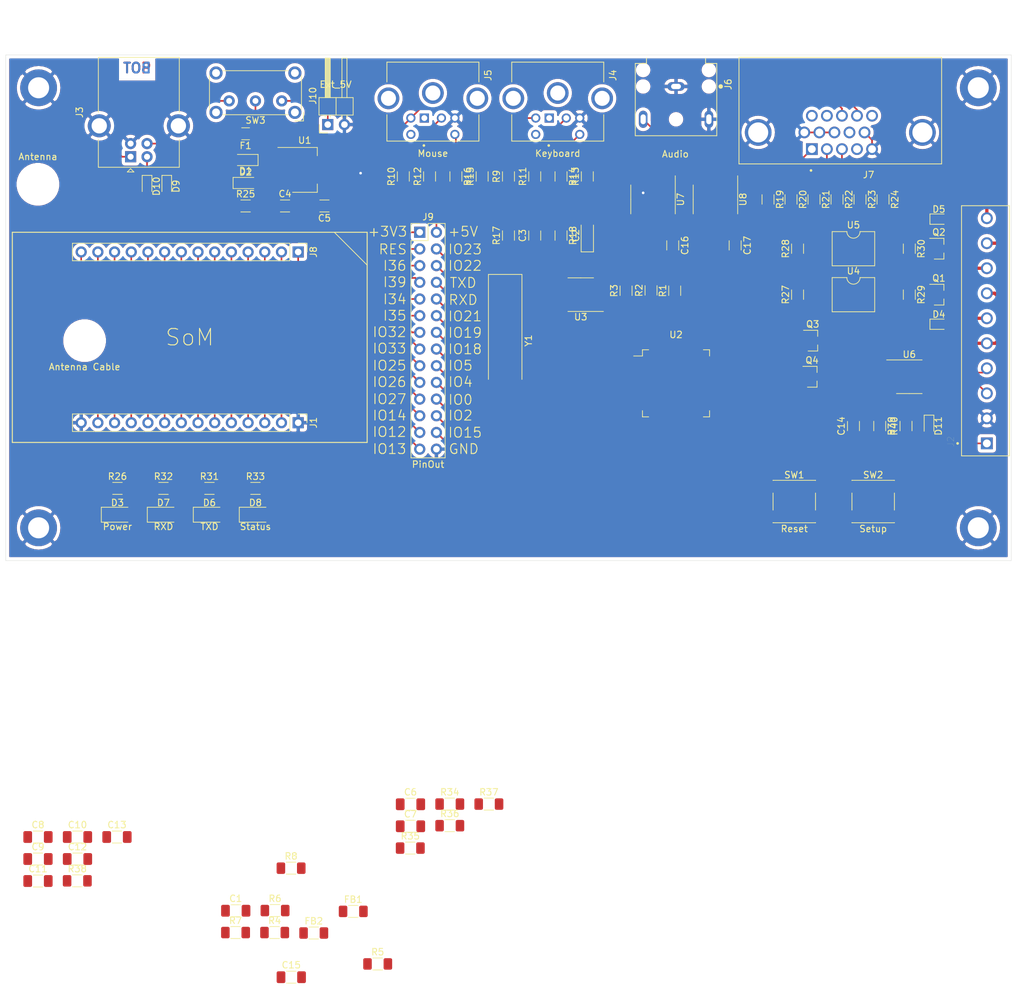
<source format=kicad_pcb>
(kicad_pcb (version 20171130) (host pcbnew 5.1.10)
  (layers (0 F.Cu signal) (31 B.Cu signal) (34 B.Paste user) (35 F.Paste user) (36 B.SilkS user) (37 F.SilkS user) (38 B.Mask user) (39 F.Mask user) (44 Edge.Cuts user))
  (net 0 "")
  (net 1 GND)
  (net 2 +3V3)
  (net 3 "Net-(J7-Pad15)")
  (net 4 "Net-(J7-Pad12)")
  (net 5 "Net-(J7-Pad11)")
  (net 6 "Net-(J7-Pad9)")
  (net 7 "Net-(J7-Pad4)")
  (net 8 "Net-(J7-Pad3)")
  (net 9 "Net-(J7-Pad2)")
  (net 10 "Net-(J7-Pad1)")
  (net 11 "Net-(R1-Pad2)")
  (net 12 "Net-(R2-Pad2)")
  (net 13 "Net-(R3-Pad2)")
  (net 14 "Net-(U2-Pad64)")
  (net 15 "Net-(U2-Pad60)")
  (net 16 "Net-(U2-Pad59)")
  (net 17 "Net-(U2-Pad58)")
  (net 18 "Net-(U2-Pad57)")
  (net 19 "Net-(U2-Pad56)")
  (net 20 "Net-(U2-Pad53)")
  (net 21 "Net-(U2-Pad52)")
  (net 22 "Net-(U2-Pad50)")
  (net 23 "Net-(U2-Pad49)")
  (net 24 "Net-(U2-Pad48)")
  (net 25 "Net-(U2-Pad46)")
  (net 26 "Net-(U2-Pad45)")
  (net 27 "Net-(U2-Pad44)")
  (net 28 "Net-(U2-Pad42)")
  (net 29 "Net-(U2-Pad41)")
  (net 30 "Net-(U2-Pad37)")
  (net 31 "Net-(U2-Pad36)")
  (net 32 "Net-(U2-Pad34)")
  (net 33 "Net-(U2-Pad33)")
  (net 34 "Net-(U2-Pad32)")
  (net 35 "Net-(U2-Pad31)")
  (net 36 "Net-(U2-Pad30)")
  (net 37 "Net-(U2-Pad29)")
  (net 38 "Net-(U2-Pad28)")
  (net 39 "Net-(U2-Pad27)")
  (net 40 "Net-(U2-Pad26)")
  (net 41 "Net-(U2-Pad24)")
  (net 42 "Net-(U2-Pad23)")
  (net 43 "Net-(U2-Pad22)")
  (net 44 "Net-(U2-Pad21)")
  (net 45 "Net-(U2-Pad20)")
  (net 46 "Net-(U2-Pad14)")
  (net 47 "Net-(U2-Pad12)")
  (net 48 VBUS)
  (net 49 "Net-(D1-Pad1)")
  (net 50 +5V)
  (net 51 "Net-(J4-Pad6)")
  (net 52 "Net-(J4-Pad5)")
  (net 53 "Net-(J4-Pad2)")
  (net 54 "Net-(J4-Pad1)")
  (net 55 "Net-(J5-Pad6)")
  (net 56 "Net-(J5-Pad5)")
  (net 57 "Net-(J5-Pad2)")
  (net 58 "Net-(J5-Pad1)")
  (net 59 "Net-(D3-Pad2)")
  (net 60 Relay_In_0)
  (net 61 VS)
  (net 62 Relay_In_1)
  (net 63 GND2)
  (net 64 RS485_B)
  (net 65 RS485_A)
  (net 66 "Net-(Q1-Pad1)")
  (net 67 "Net-(Q2-Pad1)")
  (net 68 "Net-(R27-Pad1)")
  (net 69 "Net-(R29-Pad2)")
  (net 70 Relay_0)
  (net 71 "Net-(R28-Pad1)")
  (net 72 "Net-(R30-Pad2)")
  (net 73 Relay_1)
  (net 74 IO15)
  (net 75 IO2)
  (net 76 IO0)
  (net 77 IO4)
  (net 78 IO5)
  (net 79 IO18)
  (net 80 IO19)
  (net 81 IO21)
  (net 82 U0RXD)
  (net 83 U0TXD)
  (net 84 IO22)
  (net 85 IO23)
  (net 86 IO13)
  (net 87 IO12)
  (net 88 IO14)
  (net 89 IO27)
  (net 90 IO26)
  (net 91 IO25)
  (net 92 IO33)
  (net 93 IO32)
  (net 94 I35)
  (net 95 I34)
  (net 96 I39)
  (net 97 I36)
  (net 98 Chip_PU)
  (net 99 "Net-(D6-Pad2)")
  (net 100 TX_LED)
  (net 101 "Net-(D7-Pad2)")
  (net 102 RX_LED)
  (net 103 "Net-(D8-Pad2)")
  (net 104 USB_DP)
  (net 105 USB_DN)
  (net 106 FT_~DTR~)
  (net 107 FT_~RTS~)
  (net 108 FT_RXD)
  (net 109 FT_TXD)
  (net 110 FT_TMS)
  (net 111 FT_TDO)
  (net 112 FT_TDI)
  (net 113 FT_TCK)
  (net 114 "Net-(C9-Pad1)")
  (net 115 "Net-(C8-Pad1)")
  (net 116 "Net-(Q3-Pad2)")
  (net 117 "Net-(Q4-Pad2)")
  (net 118 "Net-(C12-Pad1)")
  (net 119 "Net-(R38-Pad1)")
  (net 120 "Net-(C10-Pad1)")
  (net 121 "Net-(C2-Pad2)")
  (net 122 "Net-(F1-Pad1)")
  (net 123 "Net-(J10-Pad1)")
  (net 124 S0)
  (net 125 "Net-(C2-Pad1)")
  (net 126 EECS)
  (net 127 EECLK)
  (net 128 EEDATA)
  (net 129 "Net-(R6-Pad2)")
  (net 130 "Net-(R8-Pad2)")
  (net 131 "Net-(U3-Pad7)")
  (net 132 RS485_TX)
  (net 133 RS485_TXE)
  (net 134 RS485_RX)
  (net 135 PS2_0_Clock)
  (net 136 PS2_0_Data)
  (net 137 PS2_1_Clock)
  (net 138 PS2_1_Data)
  (net 139 Speaker)
  (net 140 "Net-(U7-Pad13)")
  (net 141 "Net-(U7-Pad12)")
  (net 142 "Net-(U7-Pad11)")
  (net 143 "Net-(U7-Pad9)")
  (net 144 "Net-(U7-Pad8)")
  (net 145 "Net-(U7-Pad7)")
  (net 146 "Net-(U7-Pad1)")
  (net 147 "Net-(U8-Pad1)")
  (net 148 "Net-(D11-Pad1)")
  (net 149 VSync)
  (net 150 HSync)
  (net 151 Red_High)
  (net 152 Red_Low)
  (net 153 Green_High)
  (net 154 Green_Low)
  (net 155 Blue_High)
  (net 156 Blue_Low)
  (net 157 PC_Enable)
  (module MountingHole:MountingHole_5.5mm (layer F.Cu) (at 54.9 69.7)
    (fp_text reference H6 hide)
    (fp_text value Antenna (at 0 -4.2) (layer F.SilkS))
    (pad 1 np_thru_hole circle (at 0 0) (size 5.5 5.5) (drill 5.5) (layers *.Cu *.Mask))
  )
  (module MountingHole:MountingHole_5.5mm (layer F.Cu) (at 62 93.5)
    (fp_text reference H5 hide)
    (fp_text value "Antenna Cable" (at 0 4) (layer F.SilkS))
    (pad 1 np_thru_hole circle (at 0 0) (size 5.5 5.5) (drill 5.5) (layers *.Cu *.Mask))
  )
  (module footprints:AMPHENOL_L77HDE15SD1CH4F (layer F.Cu) (at 177 61.8 180)
    (fp_text reference J7 (at -4.305 -6.455) (layer F.SilkS))
    (fp_text value VGA)
    (pad 0 thru_hole circle (at 12.495 0 180) (size 4.066 4.066) (drill 3.05) (layers *.Cu *.Mask) (net 1 GND))
    (pad 0 thru_hole circle (at -12.495 0 180) (size 4.066 4.066) (drill 3.05) (layers *.Cu *.Mask) (net 1 GND))
    (pad 15 thru_hole circle (at -4.83 2.54 180) (size 1.785 1.785) (drill 1.19) (layers *.Cu *.Mask) (net 3 "Net-(J7-Pad15)"))
    (pad 14 thru_hole circle (at -2.54 2.54 180) (size 1.785 1.785) (drill 1.19) (layers *.Cu *.Mask) (net 149 VSync))
    (pad 13 thru_hole circle (at -0.25 2.54 180) (size 1.785 1.785) (drill 1.19) (layers *.Cu *.Mask) (net 150 HSync))
    (pad 12 thru_hole circle (at 2.04 2.54 180) (size 1.785 1.785) (drill 1.19) (layers *.Cu *.Mask) (net 4 "Net-(J7-Pad12)"))
    (pad 11 thru_hole circle (at 4.33 2.54 180) (size 1.785 1.785) (drill 1.19) (layers *.Cu *.Mask) (net 5 "Net-(J7-Pad11)"))
    (pad 10 thru_hole circle (at -3.685 0 180) (size 1.785 1.785) (drill 1.19) (layers *.Cu *.Mask) (net 1 GND))
    (pad 9 thru_hole circle (at -1.395 0 180) (size 1.785 1.785) (drill 1.19) (layers *.Cu *.Mask) (net 6 "Net-(J7-Pad9)"))
    (pad 8 thru_hole circle (at 0.895 0 180) (size 1.785 1.785) (drill 1.19) (layers *.Cu *.Mask) (net 1 GND))
    (pad 7 thru_hole circle (at 3.185 0 180) (size 1.785 1.785) (drill 1.19) (layers *.Cu *.Mask) (net 1 GND))
    (pad 6 thru_hole circle (at 5.475 0 180) (size 1.785 1.785) (drill 1.19) (layers *.Cu *.Mask) (net 1 GND))
    (pad 5 thru_hole circle (at -4.83 -2.54 180) (size 1.785 1.785) (drill 1.19) (layers *.Cu *.Mask) (net 1 GND))
    (pad 4 thru_hole circle (at -2.54 -2.54 180) (size 1.785 1.785) (drill 1.19) (layers *.Cu *.Mask) (net 7 "Net-(J7-Pad4)"))
    (pad 3 thru_hole circle (at -0.25 -2.54 180) (size 1.785 1.785) (drill 1.19) (layers *.Cu *.Mask) (net 8 "Net-(J7-Pad3)"))
    (pad 2 thru_hole circle (at 2.04 -2.54 180) (size 1.785 1.785) (drill 1.19) (layers *.Cu *.Mask) (net 9 "Net-(J7-Pad2)"))
    (pad 1 thru_hole rect (at 4.33 -2.54 180) (size 1.785 1.785) (drill 1.19) (layers *.Cu *.Mask) (net 10 "Net-(J7-Pad1)"))
  )
  (module footprints:TE_5749180-1 (layer F.Cu) (at 134 55.8 180)
    (fp_text reference J4 (at -8.4 2.7 90) (layer F.SilkS) (effects (font (size 1.001134 1.001134))))
    (fp_text value Keyboard (at 0 -9.2) (layer F.SilkS) (effects (font (size 1.000906 1.000906))))
    (pad 6 thru_hole circle (at -3.35 -6.3 180) (size 1.398 1.398) (drill 0.89) (layers *.Cu *.Mask) (net 51 "Net-(J4-Pad6)"))
    (pad 5 thru_hole circle (at 3.35 -6.3 180) (size 1.398 1.398) (drill 0.89) (layers *.Cu *.Mask) (net 52 "Net-(J4-Pad5)"))
    (pad 4 thru_hole circle (at -3.35 -3.81 180) (size 1.398 1.398) (drill 0.89) (layers *.Cu *.Mask) (net 1 GND))
    (pad 3 thru_hole circle (at 3.35 -3.81 180) (size 1.398 1.398) (drill 0.89) (layers *.Cu *.Mask) (net 50 +5V))
    (pad 2 thru_hole circle (at -1.3 -3.81 180) (size 1.398 1.398) (drill 0.89) (layers *.Cu *.Mask) (net 53 "Net-(J4-Pad2)"))
    (pad 1 thru_hole rect (at 1.3 -3.81 180) (size 1.398 1.398) (drill 0.89) (layers *.Cu *.Mask) (net 54 "Net-(J4-Pad1)"))
    (pad S3 thru_hole circle (at 6.76 -0.81 180) (size 3.306 3.306) (drill 2.29) (layers *.Cu *.Mask))
    (pad S2 thru_hole circle (at -6.76 -0.81 180) (size 3.306 3.306) (drill 2.29) (layers *.Cu *.Mask))
    (pad S1 thru_hole circle (at 0 0 180) (size 3.306 3.306) (drill 2.29) (layers *.Cu *.Mask))
  )
  (module Resistor_SMD:R_1206_3216Metric_Pad1.30x1.75mm_HandSolder (layer F.Cu) (at 187 106.5 90)
    (fp_text reference R40 (at 0 -1.82 90) (layer F.SilkS))
    (fp_text value R)
    (pad 2 smd roundrect (at 1.55 0 90) (size 1.3 1.75) (layers F.Cu F.Paste F.Mask) (roundrect_rratio 0.192308) (net 148 "Net-(D11-Pad1)"))
    (pad 1 smd roundrect (at -1.55 0 90) (size 1.3 1.75) (layers F.Cu F.Paste F.Mask) (roundrect_rratio 0.192308) (net 124 S0))
  )
  (module Resistor_SMD:R_1206_3216Metric_Pad1.30x1.75mm_HandSolder (layer F.Cu) (at 183 106.5 270)
    (fp_text reference R39 (at 0 -1.82 90) (layer F.SilkS))
    (fp_text value R)
    (pad 2 smd roundrect (at 1.55 0 270) (size 1.3 1.75) (layers F.Cu F.Paste F.Mask) (roundrect_rratio 0.192308) (net 124 S0))
    (pad 1 smd roundrect (at -1.55 0 270) (size 1.3 1.75) (layers F.Cu F.Paste F.Mask) (roundrect_rratio 0.192308) (net 2 +3V3))
  )
  (module Resistor_SMD:R_1206_3216Metric_Pad1.30x1.75mm_HandSolder (layer F.Cu) (at 60.885001 175.745001)
    (fp_text reference R38 (at 0 -1.82) (layer F.SilkS))
    (fp_text value 12k)
    (pad 2 smd roundrect (at 1.55 0) (size 1.3 1.75) (layers F.Cu F.Paste F.Mask) (roundrect_rratio 0.192308) (net 1 GND))
    (pad 1 smd roundrect (at -1.55 0) (size 1.3 1.75) (layers F.Cu F.Paste F.Mask) (roundrect_rratio 0.192308) (net 119 "Net-(R38-Pad1)"))
  )
  (module Diode_SMD:D_0603_1608Metric_Pad1.05x0.95mm_HandSolder (layer F.Cu) (at 190.5 106.5 270)
    (fp_text reference D11 (at 0 -1.43 90) (layer F.SilkS))
    (fp_text value D_TVS)
    (pad 2 smd roundrect (at 0.875 0 270) (size 1.05 0.95) (layers F.Cu F.Paste F.Mask) (net 1 GND))
    (pad 1 smd roundrect (at -0.875 0 270) (size 1.05 0.95) (layers F.Cu F.Paste F.Mask) (net 148 "Net-(D11-Pad1)"))
  )
  (module Capacitor_SMD:C_1206_3216Metric_Pad1.33x1.80mm_HandSolder (layer F.Cu) (at 179 106.5 90)
    (fp_text reference C14 (at 0 -1.85 90) (layer F.SilkS))
    (fp_text value 100nF)
    (pad 2 smd roundrect (at 1.5625 0 90) (size 1.325 1.8) (layers F.Cu F.Paste F.Mask) (roundrect_rratio 0.188679) (net 1 GND))
    (pad 1 smd roundrect (at -1.5625 0 90) (size 1.325 1.8) (layers F.Cu F.Paste F.Mask) (roundrect_rratio 0.188679) (net 124 S0))
  )
  (module Capacitor_SMD:C_1206_3216Metric_Pad1.33x1.80mm_HandSolder (layer F.Cu) (at 66.925001 169.075001)
    (fp_text reference C13 (at 0 -1.85) (layer F.SilkS))
    (fp_text value 0u1)
    (pad 2 smd roundrect (at 1.5625 0) (size 1.325 1.8) (layers F.Cu F.Paste F.Mask) (roundrect_rratio 0.188679) (net 1 GND))
    (pad 1 smd roundrect (at -1.5625 0) (size 1.325 1.8) (layers F.Cu F.Paste F.Mask) (roundrect_rratio 0.188679) (net 118 "Net-(C12-Pad1)"))
  )
  (module Capacitor_SMD:C_1206_3216Metric_Pad1.33x1.80mm_HandSolder (layer F.Cu) (at 60.915001 172.425001)
    (fp_text reference C12 (at 0 -1.85) (layer F.SilkS))
    (fp_text value 4u7)
    (pad 2 smd roundrect (at 1.5625 0) (size 1.325 1.8) (layers F.Cu F.Paste F.Mask) (roundrect_rratio 0.188679) (net 1 GND))
    (pad 1 smd roundrect (at -1.5625 0) (size 1.325 1.8) (layers F.Cu F.Paste F.Mask) (roundrect_rratio 0.188679) (net 118 "Net-(C12-Pad1)"))
  )
  (module Capacitor_SMD:C_1206_3216Metric_Pad1.33x1.80mm_HandSolder (layer F.Cu) (at 54.905001 175.775001)
    (fp_text reference C11 (at 0 -1.85) (layer F.SilkS))
    (fp_text value 0u1)
    (pad 2 smd roundrect (at 1.5625 0) (size 1.325 1.8) (layers F.Cu F.Paste F.Mask) (roundrect_rratio 0.188679) (net 1 GND))
    (pad 1 smd roundrect (at -1.5625 0) (size 1.325 1.8) (layers F.Cu F.Paste F.Mask) (roundrect_rratio 0.188679) (net 120 "Net-(C10-Pad1)"))
  )
  (module Capacitor_SMD:C_1206_3216Metric_Pad1.33x1.80mm_HandSolder (layer F.Cu) (at 60.915001 169.075001)
    (fp_text reference C10 (at 0 -1.85) (layer F.SilkS))
    (fp_text value 4u7)
    (pad 2 smd roundrect (at 1.5625 0) (size 1.325 1.8) (layers F.Cu F.Paste F.Mask) (roundrect_rratio 0.188679) (net 1 GND))
    (pad 1 smd roundrect (at -1.5625 0) (size 1.325 1.8) (layers F.Cu F.Paste F.Mask) (roundrect_rratio 0.188679) (net 120 "Net-(C10-Pad1)"))
  )
  (module Capacitor_SMD:C_1206_3216Metric_Pad1.33x1.80mm_HandSolder (layer F.Cu) (at 54.905001 172.425001)
    (fp_text reference C9 (at 0 -1.85) (layer F.SilkS))
    (fp_text value 12pF)
    (pad 2 smd roundrect (at 1.5625 0) (size 1.325 1.8) (layers F.Cu F.Paste F.Mask) (roundrect_rratio 0.188679) (net 1 GND))
    (pad 1 smd roundrect (at -1.5625 0) (size 1.325 1.8) (layers F.Cu F.Paste F.Mask) (roundrect_rratio 0.188679) (net 114 "Net-(C9-Pad1)"))
  )
  (module Capacitor_SMD:C_1206_3216Metric_Pad1.33x1.80mm_HandSolder (layer F.Cu) (at 54.905001 169.075001)
    (fp_text reference C8 (at 0 -1.85) (layer F.SilkS))
    (fp_text value 12pF)
    (pad 2 smd roundrect (at 1.5625 0) (size 1.325 1.8) (layers F.Cu F.Paste F.Mask) (roundrect_rratio 0.188679) (net 1 GND))
    (pad 1 smd roundrect (at -1.5625 0) (size 1.325 1.8) (layers F.Cu F.Paste F.Mask) (roundrect_rratio 0.188679) (net 115 "Net-(C8-Pad1)"))
  )
  (module Package_SO:TSSOP-20_4.4x6.5mm_P0.65mm (layer F.Cu) (at 158 72 270)
    (fp_text reference U8 (at 0 -4.2 90) (layer F.SilkS))
    (fp_text value SN74CBT16292)
    (pad 20 smd roundrect (at 2.8625 -2.925 270) (size 1.475 0.4) (layers F.Cu F.Paste F.Mask) (net 2 +3V3))
    (pad 19 smd roundrect (at 2.8625 -2.275 270) (size 1.475 0.4) (layers F.Cu F.Paste F.Mask) (net 157 PC_Enable))
    (pad 18 smd roundrect (at 2.8625 -1.625 270) (size 1.475 0.4) (layers F.Cu F.Paste F.Mask) (net 84 IO22))
    (pad 17 smd roundrect (at 2.8625 -0.975 270) (size 1.475 0.4) (layers F.Cu F.Paste F.Mask) (net 81 IO21))
    (pad 16 smd roundrect (at 2.8625 -0.325 270) (size 1.475 0.4) (layers F.Cu F.Paste F.Mask) (net 80 IO19))
    (pad 15 smd roundrect (at 2.8625 0.325 270) (size 1.475 0.4) (layers F.Cu F.Paste F.Mask) (net 79 IO18))
    (pad 14 smd roundrect (at 2.8625 0.975 270) (size 1.475 0.4) (layers F.Cu F.Paste F.Mask) (net 78 IO5))
    (pad 13 smd roundrect (at 2.8625 1.625 270) (size 1.475 0.4) (layers F.Cu F.Paste F.Mask) (net 77 IO4))
    (pad 12 smd roundrect (at 2.8625 2.275 270) (size 1.475 0.4) (layers F.Cu F.Paste F.Mask) (net 85 IO23))
    (pad 11 smd roundrect (at 2.8625 2.925 270) (size 1.475 0.4) (layers F.Cu F.Paste F.Mask) (net 74 IO15))
    (pad 10 smd roundrect (at -2.8625 2.925 270) (size 1.475 0.4) (layers F.Cu F.Paste F.Mask) (net 1 GND))
    (pad 9 smd roundrect (at -2.8625 2.275 270) (size 1.475 0.4) (layers F.Cu F.Paste F.Mask) (net 149 VSync))
    (pad 8 smd roundrect (at -2.8625 1.625 270) (size 1.475 0.4) (layers F.Cu F.Paste F.Mask) (net 150 HSync))
    (pad 7 smd roundrect (at -2.8625 0.975 270) (size 1.475 0.4) (layers F.Cu F.Paste F.Mask) (net 156 Blue_Low))
    (pad 6 smd roundrect (at -2.8625 0.325 270) (size 1.475 0.4) (layers F.Cu F.Paste F.Mask) (net 155 Blue_High))
    (pad 5 smd roundrect (at -2.8625 -0.325 270) (size 1.475 0.4) (layers F.Cu F.Paste F.Mask) (net 154 Green_Low))
    (pad 4 smd roundrect (at -2.8625 -0.975 270) (size 1.475 0.4) (layers F.Cu F.Paste F.Mask) (net 153 Green_High))
    (pad 3 smd roundrect (at -2.8625 -1.625 270) (size 1.475 0.4) (layers F.Cu F.Paste F.Mask) (net 152 Red_Low))
    (pad 2 smd roundrect (at -2.8625 -2.275 270) (size 1.475 0.4) (layers F.Cu F.Paste F.Mask) (net 151 Red_High))
    (pad 1 smd roundrect (at -2.8625 -2.925 270) (size 1.475 0.4) (layers F.Cu F.Paste F.Mask) (net 147 "Net-(U8-Pad1)"))
  )
  (module Package_SO:TSSOP-20_4.4x6.5mm_P0.65mm (layer F.Cu) (at 148.5 72 270)
    (fp_text reference U7 (at 0 -4.2 90) (layer F.SilkS))
    (fp_text value SN74CBT16292)
    (pad 20 smd roundrect (at 2.8625 -2.925 270) (size 1.475 0.4) (layers F.Cu F.Paste F.Mask) (net 2 +3V3))
    (pad 19 smd roundrect (at 2.8625 -2.275 270) (size 1.475 0.4) (layers F.Cu F.Paste F.Mask) (net 157 PC_Enable))
    (pad 18 smd roundrect (at 2.8625 -1.625 270) (size 1.475 0.4) (layers F.Cu F.Paste F.Mask) (net 91 IO25))
    (pad 17 smd roundrect (at 2.8625 -0.975 270) (size 1.475 0.4) (layers F.Cu F.Paste F.Mask) (net 92 IO33))
    (pad 16 smd roundrect (at 2.8625 -0.325 270) (size 1.475 0.4) (layers F.Cu F.Paste F.Mask) (net 93 IO32))
    (pad 15 smd roundrect (at 2.8625 0.325 270) (size 1.475 0.4) (layers F.Cu F.Paste F.Mask) (net 90 IO26))
    (pad 14 smd roundrect (at 2.8625 0.975 270) (size 1.475 0.4) (layers F.Cu F.Paste F.Mask) (net 89 IO27))
    (pad 13 smd roundrect (at 2.8625 1.625 270) (size 1.475 0.4) (layers F.Cu F.Paste F.Mask) (net 140 "Net-(U7-Pad13)"))
    (pad 12 smd roundrect (at 2.8625 2.275 270) (size 1.475 0.4) (layers F.Cu F.Paste F.Mask) (net 141 "Net-(U7-Pad12)"))
    (pad 11 smd roundrect (at 2.8625 2.925 270) (size 1.475 0.4) (layers F.Cu F.Paste F.Mask) (net 142 "Net-(U7-Pad11)"))
    (pad 10 smd roundrect (at -2.8625 2.925 270) (size 1.475 0.4) (layers F.Cu F.Paste F.Mask) (net 1 GND))
    (pad 9 smd roundrect (at -2.8625 2.275 270) (size 1.475 0.4) (layers F.Cu F.Paste F.Mask) (net 143 "Net-(U7-Pad9)"))
    (pad 8 smd roundrect (at -2.8625 1.625 270) (size 1.475 0.4) (layers F.Cu F.Paste F.Mask) (net 144 "Net-(U7-Pad8)"))
    (pad 7 smd roundrect (at -2.8625 0.975 270) (size 1.475 0.4) (layers F.Cu F.Paste F.Mask) (net 145 "Net-(U7-Pad7)"))
    (pad 6 smd roundrect (at -2.8625 0.325 270) (size 1.475 0.4) (layers F.Cu F.Paste F.Mask) (net 138 PS2_1_Data))
    (pad 5 smd roundrect (at -2.8625 -0.325 270) (size 1.475 0.4) (layers F.Cu F.Paste F.Mask) (net 137 PS2_1_Clock))
    (pad 4 smd roundrect (at -2.8625 -0.975 270) (size 1.475 0.4) (layers F.Cu F.Paste F.Mask) (net 136 PS2_0_Data))
    (pad 3 smd roundrect (at -2.8625 -1.625 270) (size 1.475 0.4) (layers F.Cu F.Paste F.Mask) (net 135 PS2_0_Clock))
    (pad 2 smd roundrect (at -2.8625 -2.275 270) (size 1.475 0.4) (layers F.Cu F.Paste F.Mask) (net 139 Speaker))
    (pad 1 smd roundrect (at -2.8625 -2.925 270) (size 1.475 0.4) (layers F.Cu F.Paste F.Mask) (net 146 "Net-(U7-Pad1)"))
  )
  (module Capacitor_SMD:C_1206_3216Metric_Pad1.33x1.80mm_HandSolder (layer F.Cu) (at 161 79 270)
    (fp_text reference C17 (at 0 -1.85 90) (layer F.SilkS))
    (fp_text value 100nF)
    (pad 2 smd roundrect (at 1.5625 0 270) (size 1.325 1.8) (layers F.Cu F.Paste F.Mask) (roundrect_rratio 0.188679) (net 1 GND))
    (pad 1 smd roundrect (at -1.5625 0 270) (size 1.325 1.8) (layers F.Cu F.Paste F.Mask) (roundrect_rratio 0.188679) (net 2 +3V3))
  )
  (module Capacitor_SMD:C_1206_3216Metric_Pad1.33x1.80mm_HandSolder (layer F.Cu) (at 151.5 79 270)
    (fp_text reference C16 (at 0 -1.85 90) (layer F.SilkS))
    (fp_text value 100nF)
    (pad 2 smd roundrect (at 1.5625 0 270) (size 1.325 1.8) (layers F.Cu F.Paste F.Mask) (roundrect_rratio 0.188679) (net 1 GND))
    (pad 1 smd roundrect (at -1.5625 0 270) (size 1.325 1.8) (layers F.Cu F.Paste F.Mask) (roundrect_rratio 0.188679) (net 2 +3V3))
  )
  (module Package_SO:SOIC-8_3.9x4.9mm_P1.27mm (layer F.Cu) (at 187.5 99)
    (fp_text reference U6 (at 0 -3.4) (layer F.SilkS))
    (fp_text value MAX3486)
    (pad 8 smd roundrect (at 2.475 -1.905) (size 1.95 0.6) (layers F.Cu F.Paste F.Mask) (net 2 +3V3))
    (pad 7 smd roundrect (at 2.475 -0.635) (size 1.95 0.6) (layers F.Cu F.Paste F.Mask) (net 64 RS485_B))
    (pad 6 smd roundrect (at 2.475 0.635) (size 1.95 0.6) (layers F.Cu F.Paste F.Mask) (net 65 RS485_A))
    (pad 5 smd roundrect (at 2.475 1.905) (size 1.95 0.6) (layers F.Cu F.Paste F.Mask) (net 1 GND))
    (pad 4 smd roundrect (at -2.475 1.905) (size 1.95 0.6) (layers F.Cu F.Paste F.Mask) (net 132 RS485_TX))
    (pad 3 smd roundrect (at -2.475 0.635) (size 1.95 0.6) (layers F.Cu F.Paste F.Mask) (net 133 RS485_TXE))
    (pad 2 smd roundrect (at -2.475 -0.635) (size 1.95 0.6) (layers F.Cu F.Paste F.Mask) (net 133 RS485_TXE))
    (pad 1 smd roundrect (at -2.475 -1.905) (size 1.95 0.6) (layers F.Cu F.Paste F.Mask) (net 134 RS485_RX))
  )
  (module Package_SO:SOIC-8_3.9x4.9mm_P1.27mm (layer F.Cu) (at 137.5 86.5 180)
    (fp_text reference U3 (at 0 -3.4) (layer F.SilkS))
    (fp_text value 93C46-WMN6TP)
    (pad 8 smd roundrect (at 2.475 -1.905 180) (size 1.95 0.6) (layers F.Cu F.Paste F.Mask) (net 2 +3V3))
    (pad 7 smd roundrect (at 2.475 -0.635 180) (size 1.95 0.6) (layers F.Cu F.Paste F.Mask) (net 131 "Net-(U3-Pad7)"))
    (pad 6 smd roundrect (at 2.475 0.635 180) (size 1.95 0.6) (layers F.Cu F.Paste F.Mask) (net 130 "Net-(R8-Pad2)"))
    (pad 5 smd roundrect (at 2.475 1.905 180) (size 1.95 0.6) (layers F.Cu F.Paste F.Mask) (net 1 GND))
    (pad 4 smd roundrect (at -2.475 1.905 180) (size 1.95 0.6) (layers F.Cu F.Paste F.Mask) (net 129 "Net-(R6-Pad2)"))
    (pad 3 smd roundrect (at -2.475 0.635 180) (size 1.95 0.6) (layers F.Cu F.Paste F.Mask) (net 128 EEDATA))
    (pad 2 smd roundrect (at -2.475 -0.635 180) (size 1.95 0.6) (layers F.Cu F.Paste F.Mask) (net 127 EECLK))
    (pad 1 smd roundrect (at -2.475 -1.905 180) (size 1.95 0.6) (layers F.Cu F.Paste F.Mask) (net 126 EECS))
  )
  (module Resistor_SMD:R_1206_3216Metric_Pad1.30x1.75mm_HandSolder (layer F.Cu) (at 123.52 164.06)
    (fp_text reference R37 (at 0 -1.82) (layer F.SilkS))
    (fp_text value 10k)
    (pad 2 smd roundrect (at 1.55 0) (size 1.3 1.75) (layers F.Cu F.Paste F.Mask) (roundrect_rratio 0.192308) (net 117 "Net-(Q4-Pad2)"))
    (pad 1 smd roundrect (at -1.55 0) (size 1.3 1.75) (layers F.Cu F.Paste F.Mask) (roundrect_rratio 0.192308) (net 106 FT_~DTR~))
  )
  (module Resistor_SMD:R_1206_3216Metric_Pad1.30x1.75mm_HandSolder (layer F.Cu) (at 117.57 167.35)
    (fp_text reference R36 (at 0 -1.82) (layer F.SilkS))
    (fp_text value 10k)
    (pad 2 smd roundrect (at 1.55 0) (size 1.3 1.75) (layers F.Cu F.Paste F.Mask) (roundrect_rratio 0.192308) (net 107 FT_~RTS~))
    (pad 1 smd roundrect (at -1.55 0) (size 1.3 1.75) (layers F.Cu F.Paste F.Mask) (roundrect_rratio 0.192308) (net 116 "Net-(Q3-Pad2)"))
  )
  (module Resistor_SMD:R_1206_3216Metric_Pad1.30x1.75mm_HandSolder (layer F.Cu) (at 111.56 170.76)
    (fp_text reference R35 (at 0 -1.82) (layer F.SilkS))
    (fp_text value 10k)
    (pad 2 smd roundrect (at 1.55 0) (size 1.3 1.75) (layers F.Cu F.Paste F.Mask) (roundrect_rratio 0.192308) (net 76 IO0))
    (pad 1 smd roundrect (at -1.55 0) (size 1.3 1.75) (layers F.Cu F.Paste F.Mask) (roundrect_rratio 0.192308) (net 2 +3V3))
  )
  (module Resistor_SMD:R_1206_3216Metric_Pad1.30x1.75mm_HandSolder (layer F.Cu) (at 117.57 164.06)
    (fp_text reference R34 (at 0 -1.82) (layer F.SilkS))
    (fp_text value 10k)
    (pad 2 smd roundrect (at 1.55 0) (size 1.3 1.75) (layers F.Cu F.Paste F.Mask) (roundrect_rratio 0.192308) (net 98 Chip_PU))
    (pad 1 smd roundrect (at -1.55 0) (size 1.3 1.75) (layers F.Cu F.Paste F.Mask) (roundrect_rratio 0.192308) (net 2 +3V3))
  )
  (module Resistor_SMD:R_1206_3216Metric_Pad1.30x1.75mm_HandSolder (layer F.Cu) (at 183.5 72 270)
    (fp_text reference R24 (at 0 -1.82 90) (layer F.SilkS))
    (fp_text value 800R)
    (pad 2 smd roundrect (at 1.55 0 270) (size 1.3 1.75) (layers F.Cu F.Paste F.Mask) (roundrect_rratio 0.192308) (net 156 Blue_Low))
    (pad 1 smd roundrect (at -1.55 0 270) (size 1.3 1.75) (layers F.Cu F.Paste F.Mask) (roundrect_rratio 0.192308) (net 8 "Net-(J7-Pad3)"))
  )
  (module Resistor_SMD:R_1206_3216Metric_Pad1.30x1.75mm_HandSolder (layer F.Cu) (at 180 72 270)
    (fp_text reference R23 (at 0 -1.82 90) (layer F.SilkS))
    (fp_text value 400R)
    (pad 2 smd roundrect (at 1.55 0 270) (size 1.3 1.75) (layers F.Cu F.Paste F.Mask) (roundrect_rratio 0.192308) (net 155 Blue_High))
    (pad 1 smd roundrect (at -1.55 0 270) (size 1.3 1.75) (layers F.Cu F.Paste F.Mask) (roundrect_rratio 0.192308) (net 8 "Net-(J7-Pad3)"))
  )
  (module Resistor_SMD:R_1206_3216Metric_Pad1.30x1.75mm_HandSolder (layer F.Cu) (at 176.5 72 270)
    (fp_text reference R22 (at 0 -1.82 90) (layer F.SilkS))
    (fp_text value 800R)
    (pad 2 smd roundrect (at 1.55 0 270) (size 1.3 1.75) (layers F.Cu F.Paste F.Mask) (roundrect_rratio 0.192308) (net 154 Green_Low))
    (pad 1 smd roundrect (at -1.55 0 270) (size 1.3 1.75) (layers F.Cu F.Paste F.Mask) (roundrect_rratio 0.192308) (net 9 "Net-(J7-Pad2)"))
  )
  (module Resistor_SMD:R_1206_3216Metric_Pad1.30x1.75mm_HandSolder (layer F.Cu) (at 173 72 270)
    (fp_text reference R21 (at 0 -1.82 90) (layer F.SilkS))
    (fp_text value 400R)
    (pad 2 smd roundrect (at 1.55 0 270) (size 1.3 1.75) (layers F.Cu F.Paste F.Mask) (roundrect_rratio 0.192308) (net 153 Green_High))
    (pad 1 smd roundrect (at -1.55 0 270) (size 1.3 1.75) (layers F.Cu F.Paste F.Mask) (roundrect_rratio 0.192308) (net 9 "Net-(J7-Pad2)"))
  )
  (module Resistor_SMD:R_1206_3216Metric_Pad1.30x1.75mm_HandSolder (layer F.Cu) (at 169.5 72 270)
    (fp_text reference R20 (at 0 -1.82 90) (layer F.SilkS))
    (fp_text value 800R)
    (pad 2 smd roundrect (at 1.55 0 270) (size 1.3 1.75) (layers F.Cu F.Paste F.Mask) (roundrect_rratio 0.192308) (net 152 Red_Low))
    (pad 1 smd roundrect (at -1.55 0 270) (size 1.3 1.75) (layers F.Cu F.Paste F.Mask) (roundrect_rratio 0.192308) (net 10 "Net-(J7-Pad1)"))
  )
  (module Resistor_SMD:R_1206_3216Metric_Pad1.30x1.75mm_HandSolder (layer F.Cu) (at 166 72 270)
    (fp_text reference R19 (at 0 -1.82 90) (layer F.SilkS))
    (fp_text value 400R)
    (pad 2 smd roundrect (at 1.55 0 270) (size 1.3 1.75) (layers F.Cu F.Paste F.Mask) (roundrect_rratio 0.192308) (net 151 Red_High))
    (pad 1 smd roundrect (at -1.55 0 270) (size 1.3 1.75) (layers F.Cu F.Paste F.Mask) (roundrect_rratio 0.192308) (net 10 "Net-(J7-Pad1)"))
  )
  (module Resistor_SMD:R_1206_3216Metric_Pad1.30x1.75mm_HandSolder (layer F.Cu) (at 134.5 77.5 270)
    (fp_text reference R18 (at 0 -1.82 90) (layer F.SilkS))
    (fp_text value 270R)
    (pad 2 smd roundrect (at 1.55 0 270) (size 1.3 1.75) (layers F.Cu F.Paste F.Mask) (roundrect_rratio 0.192308) (net 125 "Net-(C2-Pad1)"))
    (pad 1 smd roundrect (at -1.55 0 270) (size 1.3 1.75) (layers F.Cu F.Paste F.Mask) (roundrect_rratio 0.192308) (net 139 Speaker))
  )
  (module Resistor_SMD:R_1206_3216Metric_Pad1.30x1.75mm_HandSolder (layer F.Cu) (at 126.5 77.5 90)
    (fp_text reference R17 (at 0 -1.82 90) (layer F.SilkS))
    (fp_text value 150R)
    (pad 2 smd roundrect (at 1.55 0 90) (size 1.3 1.75) (layers F.Cu F.Paste F.Mask) (roundrect_rratio 0.192308) (net 1 GND))
    (pad 1 smd roundrect (at -1.55 0 90) (size 1.3 1.75) (layers F.Cu F.Paste F.Mask) (roundrect_rratio 0.192308) (net 125 "Net-(C2-Pad1)"))
  )
  (module Resistor_SMD:R_1206_3216Metric_Pad1.30x1.75mm_HandSolder (layer F.Cu) (at 118.5 68.5 270)
    (fp_text reference R16 (at 0 -1.82 90) (layer F.SilkS))
    (fp_text value 120R)
    (pad 2 smd roundrect (at 1.55 0 270) (size 1.3 1.75) (layers F.Cu F.Paste F.Mask) (roundrect_rratio 0.192308) (net 138 PS2_1_Data))
    (pad 1 smd roundrect (at -1.55 0 270) (size 1.3 1.75) (layers F.Cu F.Paste F.Mask) (roundrect_rratio 0.192308) (net 55 "Net-(J5-Pad6)"))
  )
  (module Resistor_SMD:R_1206_3216Metric_Pad1.30x1.75mm_HandSolder (layer F.Cu) (at 122.5 68.5 90)
    (fp_text reference R15 (at 0 -1.82 90) (layer F.SilkS))
    (fp_text value 120R)
    (pad 2 smd roundrect (at 1.55 0 90) (size 1.3 1.75) (layers F.Cu F.Paste F.Mask) (roundrect_rratio 0.192308) (net 57 "Net-(J5-Pad2)"))
    (pad 1 smd roundrect (at -1.55 0 90) (size 1.3 1.75) (layers F.Cu F.Paste F.Mask) (roundrect_rratio 0.192308) (net 137 PS2_1_Clock))
  )
  (module Resistor_SMD:R_1206_3216Metric_Pad1.30x1.75mm_HandSolder (layer F.Cu) (at 134.5 68.5 270)
    (fp_text reference R14 (at 0 -1.82 90) (layer F.SilkS))
    (fp_text value 120R)
    (pad 2 smd roundrect (at 1.55 0 270) (size 1.3 1.75) (layers F.Cu F.Paste F.Mask) (roundrect_rratio 0.192308) (net 136 PS2_0_Data))
    (pad 1 smd roundrect (at -1.55 0 270) (size 1.3 1.75) (layers F.Cu F.Paste F.Mask) (roundrect_rratio 0.192308) (net 51 "Net-(J4-Pad6)"))
  )
  (module Resistor_SMD:R_1206_3216Metric_Pad1.30x1.75mm_HandSolder (layer F.Cu) (at 138.5 68.5 90)
    (fp_text reference R13 (at 0 -1.82 90) (layer F.SilkS))
    (fp_text value 120R)
    (pad 2 smd roundrect (at 1.55 0 90) (size 1.3 1.75) (layers F.Cu F.Paste F.Mask) (roundrect_rratio 0.192308) (net 53 "Net-(J4-Pad2)"))
    (pad 1 smd roundrect (at -1.55 0 90) (size 1.3 1.75) (layers F.Cu F.Paste F.Mask) (roundrect_rratio 0.192308) (net 135 PS2_0_Clock))
  )
  (module Resistor_SMD:R_1206_3216Metric_Pad1.30x1.75mm_HandSolder (layer F.Cu) (at 93.42 173.82)
    (fp_text reference R8 (at 0 -1.82) (layer F.SilkS))
    (fp_text value 0R)
    (pad 2 smd roundrect (at 1.55 0) (size 1.3 1.75) (layers F.Cu F.Paste F.Mask) (roundrect_rratio 0.192308) (net 130 "Net-(R8-Pad2)"))
    (pad 1 smd roundrect (at -1.55 0) (size 1.3 1.75) (layers F.Cu F.Paste F.Mask) (roundrect_rratio 0.192308) (net 2 +3V3))
  )
  (module Resistor_SMD:R_1206_3216Metric_Pad1.30x1.75mm_HandSolder (layer F.Cu) (at 84.97 183.62)
    (fp_text reference R7 (at 0 -1.82) (layer F.SilkS))
    (fp_text value 10k)
    (pad 2 smd roundrect (at 1.55 0) (size 1.3 1.75) (layers F.Cu F.Paste F.Mask) (roundrect_rratio 0.192308) (net 2 +3V3))
    (pad 1 smd roundrect (at -1.55 0) (size 1.3 1.75) (layers F.Cu F.Paste F.Mask) (roundrect_rratio 0.192308) (net 129 "Net-(R6-Pad2)"))
  )
  (module Resistor_SMD:R_1206_3216Metric_Pad1.30x1.75mm_HandSolder (layer F.Cu) (at 90.98 180.27)
    (fp_text reference R6 (at 0 -1.82) (layer F.SilkS))
    (fp_text value 2k2)
    (pad 2 smd roundrect (at 1.55 0) (size 1.3 1.75) (layers F.Cu F.Paste F.Mask) (roundrect_rratio 0.192308) (net 129 "Net-(R6-Pad2)"))
    (pad 1 smd roundrect (at -1.55 0) (size 1.3 1.75) (layers F.Cu F.Paste F.Mask) (roundrect_rratio 0.192308) (net 128 EEDATA))
  )
  (module Resistor_SMD:R_1206_3216Metric_Pad1.30x1.75mm_HandSolder (layer F.Cu) (at 106.6 188.4)
    (fp_text reference R5 (at 0 -1.82) (layer F.SilkS))
    (fp_text value 10k)
    (pad 2 smd roundrect (at 1.55 0) (size 1.3 1.75) (layers F.Cu F.Paste F.Mask) (roundrect_rratio 0.192308) (net 2 +3V3))
    (pad 1 smd roundrect (at -1.55 0) (size 1.3 1.75) (layers F.Cu F.Paste F.Mask) (roundrect_rratio 0.192308) (net 127 EECLK))
  )
  (module Resistor_SMD:R_1206_3216Metric_Pad1.30x1.75mm_HandSolder (layer F.Cu) (at 90.92 183.62)
    (fp_text reference R4 (at 0 -1.82) (layer F.SilkS))
    (fp_text value 10k)
    (pad 2 smd roundrect (at 1.55 0) (size 1.3 1.75) (layers F.Cu F.Paste F.Mask) (roundrect_rratio 0.192308) (net 2 +3V3))
    (pad 1 smd roundrect (at -1.55 0) (size 1.3 1.75) (layers F.Cu F.Paste F.Mask) (roundrect_rratio 0.192308) (net 126 EECS))
  )
  (module Resistor_SMD:R_1206_3216Metric_Pad1.30x1.75mm_HandSolder (layer F.Cu) (at 144.4 85.9 90)
    (fp_text reference R3 (at 0 -1.82 90) (layer F.SilkS))
    (fp_text value 33R)
    (pad 2 smd roundrect (at 1.55 0 90) (size 1.3 1.75) (layers F.Cu F.Paste F.Mask) (roundrect_rratio 0.192308) (net 13 "Net-(R3-Pad2)"))
    (pad 1 smd roundrect (at -1.55 0 90) (size 1.3 1.75) (layers F.Cu F.Paste F.Mask) (roundrect_rratio 0.192308) (net 128 EEDATA))
  )
  (module Resistor_SMD:R_1206_3216Metric_Pad1.30x1.75mm_HandSolder (layer F.Cu) (at 148.2 85.85 90)
    (fp_text reference R2 (at 0 -1.82 90) (layer F.SilkS))
    (fp_text value 33R)
    (pad 2 smd roundrect (at 1.55 0 90) (size 1.3 1.75) (layers F.Cu F.Paste F.Mask) (roundrect_rratio 0.192308) (net 12 "Net-(R2-Pad2)"))
    (pad 1 smd roundrect (at -1.55 0 90) (size 1.3 1.75) (layers F.Cu F.Paste F.Mask) (roundrect_rratio 0.192308) (net 127 EECLK))
  )
  (module Resistor_SMD:R_1206_3216Metric_Pad1.30x1.75mm_HandSolder (layer F.Cu) (at 151.8 85.9 90)
    (fp_text reference R1 (at 0 -1.82 90) (layer F.SilkS))
    (fp_text value 33R)
    (pad 2 smd roundrect (at 1.55 0 90) (size 1.3 1.75) (layers F.Cu F.Paste F.Mask) (roundrect_rratio 0.192308) (net 11 "Net-(R1-Pad2)"))
    (pad 1 smd roundrect (at -1.55 0 90) (size 1.3 1.75) (layers F.Cu F.Paste F.Mask) (roundrect_rratio 0.192308) (net 126 EECS))
  )
  (module Resistor_SMD:R_1206_3216Metric_Pad1.30x1.75mm_HandSolder (layer F.Cu) (at 96.87 183.69)
    (fp_text reference FB2 (at 0 -1.82) (layer F.SilkS))
    (fp_text value 1k@100MHz)
    (pad 2 smd roundrect (at 1.55 0) (size 1.3 1.75) (layers F.Cu F.Paste F.Mask) (roundrect_rratio 0.192308) (net 2 +3V3))
    (pad 1 smd roundrect (at -1.55 0) (size 1.3 1.75) (layers F.Cu F.Paste F.Mask) (roundrect_rratio 0.192308) (net 120 "Net-(C10-Pad1)"))
  )
  (module Resistor_SMD:R_1206_3216Metric_Pad1.30x1.75mm_HandSolder (layer F.Cu) (at 102.88 180.4)
    (fp_text reference FB1 (at 0 -1.82) (layer F.SilkS))
    (fp_text value 1k@100MHz)
    (pad 2 smd roundrect (at 1.55 0) (size 1.3 1.75) (layers F.Cu F.Paste F.Mask) (roundrect_rratio 0.192308) (net 118 "Net-(C12-Pad1)"))
    (pad 1 smd roundrect (at -1.55 0) (size 1.3 1.75) (layers F.Cu F.Paste F.Mask) (roundrect_rratio 0.192308) (net 2 +3V3))
  )
  (module Capacitor_SMD:C_1206_3216Metric_Pad1.33x1.80mm_HandSolder (layer F.Cu) (at 93.45 190.42)
    (fp_text reference C15 (at 0 -1.85) (layer F.SilkS))
    (fp_text value 100nF)
    (pad 2 smd roundrect (at 1.5625 0) (size 1.325 1.8) (layers F.Cu F.Paste F.Mask) (roundrect_rratio 0.188679) (net 1 GND))
    (pad 1 smd roundrect (at -1.5625 0) (size 1.325 1.8) (layers F.Cu F.Paste F.Mask) (roundrect_rratio 0.188679) (net 2 +3V3))
  )
  (module Capacitor_SMD:C_1206_3216Metric_Pad1.33x1.80mm_HandSolder (layer F.Cu) (at 111.59 167.44)
    (fp_text reference C7 (at 0 -1.85) (layer F.SilkS))
    (fp_text value C)
    (pad 2 smd roundrect (at 1.5625 0) (size 1.325 1.8) (layers F.Cu F.Paste F.Mask) (roundrect_rratio 0.188679) (net 1 GND))
    (pad 1 smd roundrect (at -1.5625 0) (size 1.325 1.8) (layers F.Cu F.Paste F.Mask) (roundrect_rratio 0.188679) (net 76 IO0))
  )
  (module Capacitor_SMD:C_1206_3216Metric_Pad1.33x1.80mm_HandSolder (layer F.Cu) (at 111.59 164.09)
    (fp_text reference C6 (at 0 -1.85) (layer F.SilkS))
    (fp_text value C)
    (pad 2 smd roundrect (at 1.5625 0) (size 1.325 1.8) (layers F.Cu F.Paste F.Mask) (roundrect_rratio 0.188679) (net 1 GND))
    (pad 1 smd roundrect (at -1.5625 0) (size 1.325 1.8) (layers F.Cu F.Paste F.Mask) (roundrect_rratio 0.188679) (net 98 Chip_PU))
  )
  (module Capacitor_SMD:C_1206_3216Metric_Pad1.33x1.80mm_HandSolder (layer F.Cu) (at 130.5 77.5 90)
    (fp_text reference C3 (at 0 -1.85 90) (layer F.SilkS))
    (fp_text value 100nF)
    (pad 2 smd roundrect (at 1.5625 0 90) (size 1.325 1.8) (layers F.Cu F.Paste F.Mask) (roundrect_rratio 0.188679) (net 1 GND))
    (pad 1 smd roundrect (at -1.5625 0 90) (size 1.325 1.8) (layers F.Cu F.Paste F.Mask) (roundrect_rratio 0.188679) (net 125 "Net-(C2-Pad1)"))
  )
  (module Capacitor_Tantalum_SMD:CP_EIA-3216-18_Kemet-A_Pad1.58x1.35mm_HandSolder (layer F.Cu) (at 138.5 77.5 90)
    (fp_text reference C2 (at 0 -1.75 90) (layer F.SilkS))
    (fp_text value 10uF)
    (pad 2 smd roundrect (at 1.4375 0 90) (size 1.575 1.35) (layers F.Cu F.Paste F.Mask) (roundrect_rratio 0.185185) (net 121 "Net-(C2-Pad2)"))
    (pad 1 smd roundrect (at -1.4375 0 90) (size 1.575 1.35) (layers F.Cu F.Paste F.Mask) (roundrect_rratio 0.185185) (net 125 "Net-(C2-Pad1)"))
  )
  (module Capacitor_SMD:C_1206_3216Metric_Pad1.33x1.80mm_HandSolder (layer F.Cu) (at 85 180.3)
    (fp_text reference C1 (at 0 -1.85) (layer F.SilkS))
    (fp_text value 100nF)
    (pad 2 smd roundrect (at 1.5625 0) (size 1.325 1.8) (layers F.Cu F.Paste F.Mask) (roundrect_rratio 0.188679) (net 1 GND))
    (pad 1 smd roundrect (at -1.5625 0) (size 1.325 1.8) (layers F.Cu F.Paste F.Mask) (roundrect_rratio 0.188679) (net 2 +3V3))
  )
  (module footprints:CUI_SJ1-3523N (layer F.Cu) (at 152 54.8 270)
    (fp_text reference J6 (at -0.325135 -7.938185 90) (layer F.SilkS) (effects (font (size 1.000402 1.000402))))
    (fp_text value Audio (at 10.3 0.1 180) (layer F.SilkS) (effects (font (size 1.000819 1.000819))))
    (pad None np_thru_hole circle (at 0 5 270) (size 1.2 1.2) (drill 1.2) (layers *.Cu *.Mask))
    (pad None np_thru_hole circle (at -2.5 5 270) (size 1.2 1.2) (drill 1.2) (layers *.Cu *.Mask))
    (pad None np_thru_hole circle (at 5 0 270) (size 1.2 1.2) (drill 1.2) (layers *.Cu *.Mask))
    (pad None np_thru_hole circle (at 0 -5 270) (size 1.2 1.2) (drill 1.2) (layers *.Cu *.Mask))
    (pad None np_thru_hole circle (at -2.5 -5 270) (size 1.2 1.2) (drill 1.2) (layers *.Cu *.Mask))
    (pad 3 thru_hole oval (at 5 -5 270) (size 2.616 1.308) (drill oval 1.5 0.8) (layers *.Cu *.Mask) (net 1 GND))
    (pad 2 thru_hole oval (at 5 5 270) (size 2.616 1.308) (drill oval 1.5 0.8) (layers *.Cu *.Mask) (net 121 "Net-(C2-Pad2)"))
    (pad 1 thru_hole oval (at 0 0 270) (size 1.308 2.616) (drill oval 0.8 1.5) (layers *.Cu *.Mask) (net 1 GND))
  )
  (module Resistor_SMD:R_1206_3216Metric_Pad1.30x1.75mm_HandSolder (layer F.Cu) (at 187.5 79.5 270)
    (fp_text reference R30 (at 0 -1.82 90) (layer F.SilkS))
    (fp_text value 220R)
    (pad 2 smd roundrect (at 1.55 0 270) (size 1.3 1.75) (layers F.Cu F.Paste F.Mask) (roundrect_rratio 0.192308) (net 72 "Net-(R30-Pad2)"))
    (pad 1 smd roundrect (at -1.55 0 270) (size 1.3 1.75) (layers F.Cu F.Paste F.Mask) (roundrect_rratio 0.192308) (net 67 "Net-(Q2-Pad1)"))
  )
  (module Resistor_SMD:R_1206_3216Metric_Pad1.30x1.75mm_HandSolder (layer F.Cu) (at 187.5 86.5 270)
    (fp_text reference R29 (at 0 -1.82 90) (layer F.SilkS))
    (fp_text value 220R)
    (pad 2 smd roundrect (at 1.55 0 270) (size 1.3 1.75) (layers F.Cu F.Paste F.Mask) (roundrect_rratio 0.192308) (net 69 "Net-(R29-Pad2)"))
    (pad 1 smd roundrect (at -1.55 0 270) (size 1.3 1.75) (layers F.Cu F.Paste F.Mask) (roundrect_rratio 0.192308) (net 66 "Net-(Q1-Pad1)"))
  )
  (module Resistor_SMD:R_1206_3216Metric_Pad1.30x1.75mm_HandSolder (layer F.Cu) (at 170.5 79.5 90)
    (fp_text reference R28 (at 0 -1.82 90) (layer F.SilkS))
    (fp_text value 220R)
    (pad 2 smd roundrect (at 1.55 0 90) (size 1.3 1.75) (layers F.Cu F.Paste F.Mask) (roundrect_rratio 0.192308) (net 1 GND))
    (pad 1 smd roundrect (at -1.55 0 90) (size 1.3 1.75) (layers F.Cu F.Paste F.Mask) (roundrect_rratio 0.192308) (net 71 "Net-(R28-Pad1)"))
  )
  (module Resistor_SMD:R_1206_3216Metric_Pad1.30x1.75mm_HandSolder (layer F.Cu) (at 170.5 86.5 90)
    (fp_text reference R27 (at 0 -1.82 90) (layer F.SilkS))
    (fp_text value 220R)
    (pad 2 smd roundrect (at 1.55 0 90) (size 1.3 1.75) (layers F.Cu F.Paste F.Mask) (roundrect_rratio 0.192308) (net 1 GND))
    (pad 1 smd roundrect (at -1.55 0 90) (size 1.3 1.75) (layers F.Cu F.Paste F.Mask) (roundrect_rratio 0.192308) (net 68 "Net-(R27-Pad1)"))
  )
  (module Diode_SMD:D_SOD-323_HandSoldering (layer F.Cu) (at 86.5 66 180)
    (fp_text reference D2 (at 0 -1.85) (layer F.SilkS))
    (fp_text value 1N5819)
    (pad 2 smd rect (at 1.25 0 180) (size 1 1) (layers F.Cu F.Paste F.Mask) (net 49 "Net-(D1-Pad1)"))
    (pad 1 smd rect (at -1.25 0 180) (size 1 1) (layers F.Cu F.Paste F.Mask) (net 50 +5V))
  )
  (module Diode_SMD:D_SOD-323_HandSoldering (layer F.Cu) (at 86.5 69.5)
    (fp_text reference D1 (at 0 -1.85) (layer F.SilkS))
    (fp_text value BZT52C6V2)
    (pad 2 smd rect (at 1.25 0) (size 1 1) (layers F.Cu F.Paste F.Mask) (net 1 GND))
    (pad 1 smd rect (at -1.25 0) (size 1 1) (layers F.Cu F.Paste F.Mask) (net 49 "Net-(D1-Pad1)"))
  )
  (module Button_Switch_THT:SW_E-Switch_EG1224_SPDT_Angled (layer F.Cu) (at 92 57 180)
    (fp_text reference SW3 (at 4 -2.95) (layer F.SilkS))
    (fp_text value Power)
    (pad 3 thru_hole circle (at 8 0 180) (size 1.7 1.7) (drill 0.9) (layers *.Cu *.Mask) (net 48 VBUS))
    (pad 2 thru_hole circle (at 4 0 180) (size 1.7 1.7) (drill 0.9) (layers *.Cu *.Mask) (net 122 "Net-(F1-Pad1)"))
    (pad 1 thru_hole circle (at 0 0 180) (size 1.7 1.7) (drill 0.9) (layers *.Cu *.Mask) (net 123 "Net-(J10-Pad1)"))
    (pad "" thru_hole circle (at -2 4.25 180) (size 2 2) (drill 1.2) (layers *.Cu *.Mask))
    (pad "" thru_hole circle (at 10 4.25 180) (size 2 2) (drill 1.2) (layers *.Cu *.Mask))
    (pad "" thru_hole circle (at 10 -1.75 180) (size 2 2) (drill 1.2) (layers *.Cu *.Mask))
    (pad "" thru_hole circle (at -2 -1.75 180) (size 2 2) (drill 1.2) (layers *.Cu *.Mask))
  )
  (module Connector_PinHeader_2.54mm:PinHeader_1x02_P2.54mm_Horizontal (layer F.Cu) (at 99 60.6 90)
    (fp_text reference J10 (at 4.385 -2.27 90) (layer F.SilkS))
    (fp_text value Ext_5V (at 6.1 1.2 180) (layer F.SilkS))
    (pad 2 thru_hole oval (at 0 2.54 90) (size 1.7 1.7) (drill 1) (layers *.Cu *.Mask) (net 1 GND))
    (pad 1 thru_hole rect (at 0 0 90) (size 1.7 1.7) (drill 1) (layers *.Cu *.Mask) (net 123 "Net-(J10-Pad1)"))
  )
  (module Crystal:Crystal_SMD_HC49-SD_HandSoldering (layer F.Cu) (at 126 93.5 270)
    (fp_text reference Y1 (at 0 -3.55 90) (layer F.SilkS))
    (fp_text value 12MHz)
    (pad 2 smd rect (at 5.9375 0 270) (size 7.875 2) (layers F.Cu F.Paste F.Mask) (net 114 "Net-(C9-Pad1)"))
    (pad 1 smd rect (at -5.9375 0 270) (size 7.875 2) (layers F.Cu F.Paste F.Mask) (net 115 "Net-(C8-Pad1)"))
  )
  (module Diode_SMD:D_0603_1608Metric_Pad1.05x0.95mm_HandSolder (layer F.Cu) (at 71.5 70 270)
    (fp_text reference D10 (at 0 -1.43 90) (layer F.SilkS))
    (fp_text value D_TVS)
    (pad 2 smd roundrect (at 0.875 0 270) (size 1.05 0.95) (layers F.Cu F.Paste F.Mask) (net 1 GND))
    (pad 1 smd roundrect (at -0.875 0 270) (size 1.05 0.95) (layers F.Cu F.Paste F.Mask) (net 105 USB_DN))
  )
  (module Diode_SMD:D_0603_1608Metric_Pad1.05x0.95mm_HandSolder (layer F.Cu) (at 74.5 70 270)
    (fp_text reference D9 (at 0 -1.43 90) (layer F.SilkS))
    (fp_text value D_TVS)
    (pad 2 smd roundrect (at 0.875 0 270) (size 1.05 0.95) (layers F.Cu F.Paste F.Mask) (net 1 GND))
    (pad 1 smd roundrect (at -0.875 0 270) (size 1.05 0.95) (layers F.Cu F.Paste F.Mask) (net 104 USB_DP))
  )
  (module Resistor_SMD:R_1206_3216Metric_Pad1.30x1.75mm_HandSolder (layer F.Cu) (at 86.5 73)
    (fp_text reference R25 (at 0 -1.82) (layer F.SilkS))
    (fp_text value 10k)
    (pad 2 smd roundrect (at 1.55 0) (size 1.3 1.75) (layers F.Cu F.Paste F.Mask) (roundrect_rratio 0.192308) (net 1 GND))
    (pad 1 smd roundrect (at -1.55 0) (size 1.3 1.75) (layers F.Cu F.Paste F.Mask) (roundrect_rratio 0.192308) (net 49 "Net-(D1-Pad1)"))
  )
  (module Resistor_SMD:R_1206_3216Metric_Pad1.30x1.75mm_HandSolder (layer F.Cu) (at 114.5 68.5 90)
    (fp_text reference R12 (at 0 -1.82 90) (layer F.SilkS))
    (fp_text value 2k)
    (pad 2 smd roundrect (at 1.55 0 90) (size 1.3 1.75) (layers F.Cu F.Paste F.Mask) (roundrect_rratio 0.192308) (net 55 "Net-(J5-Pad6)"))
    (pad 1 smd roundrect (at -1.55 0 90) (size 1.3 1.75) (layers F.Cu F.Paste F.Mask) (roundrect_rratio 0.192308) (net 50 +5V))
  )
  (module Resistor_SMD:R_1206_3216Metric_Pad1.30x1.75mm_HandSolder (layer F.Cu) (at 130.5 68.5 90)
    (fp_text reference R11 (at 0 -1.82 90) (layer F.SilkS))
    (fp_text value 2k)
    (pad 2 smd roundrect (at 1.55 0 90) (size 1.3 1.75) (layers F.Cu F.Paste F.Mask) (roundrect_rratio 0.192308) (net 51 "Net-(J4-Pad6)"))
    (pad 1 smd roundrect (at -1.55 0 90) (size 1.3 1.75) (layers F.Cu F.Paste F.Mask) (roundrect_rratio 0.192308) (net 50 +5V))
  )
  (module Resistor_SMD:R_1206_3216Metric_Pad1.30x1.75mm_HandSolder (layer F.Cu) (at 110.5 68.5 90)
    (fp_text reference R10 (at 0 -1.82 90) (layer F.SilkS))
    (fp_text value 2k)
    (pad 2 smd roundrect (at 1.55 0 90) (size 1.3 1.75) (layers F.Cu F.Paste F.Mask) (roundrect_rratio 0.192308) (net 57 "Net-(J5-Pad2)"))
    (pad 1 smd roundrect (at -1.55 0 90) (size 1.3 1.75) (layers F.Cu F.Paste F.Mask) (roundrect_rratio 0.192308) (net 50 +5V))
  )
  (module Resistor_SMD:R_1206_3216Metric_Pad1.30x1.75mm_HandSolder (layer F.Cu) (at 126.5 68.5 90)
    (fp_text reference R9 (at 0 -1.82 90) (layer F.SilkS))
    (fp_text value 2k)
    (pad 2 smd roundrect (at 1.55 0 90) (size 1.3 1.75) (layers F.Cu F.Paste F.Mask) (roundrect_rratio 0.192308) (net 53 "Net-(J4-Pad2)"))
    (pad 1 smd roundrect (at -1.55 0 90) (size 1.3 1.75) (layers F.Cu F.Paste F.Mask) (roundrect_rratio 0.192308) (net 50 +5V))
  )
  (module Package_TO_SOT_SMD:SOT-23 (layer F.Cu) (at 172.7 99)
    (fp_text reference Q4 (at 0 -2.5) (layer F.SilkS))
    (fp_text value S8050)
    (pad 3 smd rect (at 1 0) (size 0.9 0.8) (layers F.Cu F.Paste F.Mask) (net 98 Chip_PU))
    (pad 2 smd rect (at -1 0.95) (size 0.9 0.8) (layers F.Cu F.Paste F.Mask) (net 117 "Net-(Q4-Pad2)"))
    (pad 1 smd rect (at -1 -0.95) (size 0.9 0.8) (layers F.Cu F.Paste F.Mask) (net 107 FT_~RTS~))
  )
  (module Package_TO_SOT_SMD:SOT-23 (layer F.Cu) (at 172.8 93.5)
    (fp_text reference Q3 (at 0 -2.5) (layer F.SilkS))
    (fp_text value S8050)
    (pad 3 smd rect (at 1 0) (size 0.9 0.8) (layers F.Cu F.Paste F.Mask) (net 76 IO0))
    (pad 2 smd rect (at -1 0.95) (size 0.9 0.8) (layers F.Cu F.Paste F.Mask) (net 116 "Net-(Q3-Pad2)"))
    (pad 1 smd rect (at -1 -0.95) (size 0.9 0.8) (layers F.Cu F.Paste F.Mask) (net 106 FT_~DTR~))
  )
  (module Fuse:Fuse_1206_3216Metric_Pad1.42x1.75mm_HandSolder (layer F.Cu) (at 86.5 62 180)
    (fp_text reference F1 (at 0 -1.82) (layer F.SilkS))
    (fp_text value 6V/800mA)
    (pad 2 smd roundrect (at 1.4875 0 180) (size 1.425 1.75) (layers F.Cu F.Paste F.Mask) (roundrect_rratio 0.175439) (net 49 "Net-(D1-Pad1)"))
    (pad 1 smd roundrect (at -1.4875 0 180) (size 1.425 1.75) (layers F.Cu F.Paste F.Mask) (roundrect_rratio 0.175439) (net 122 "Net-(F1-Pad1)"))
  )
  (module Capacitor_SMD:C_1206_3216Metric_Pad1.33x1.80mm_HandSolder (layer F.Cu) (at 98.5 73 180)
    (fp_text reference C5 (at 0 -1.85) (layer F.SilkS))
    (fp_text value 10uF)
    (pad 2 smd roundrect (at 1.5625 0 180) (size 1.325 1.8) (layers F.Cu F.Paste F.Mask) (roundrect_rratio 0.188679) (net 1 GND))
    (pad 1 smd roundrect (at -1.5625 0 180) (size 1.325 1.8) (layers F.Cu F.Paste F.Mask) (roundrect_rratio 0.188679) (net 2 +3V3))
  )
  (module Capacitor_SMD:C_1206_3216Metric_Pad1.33x1.80mm_HandSolder (layer F.Cu) (at 92.5 73)
    (fp_text reference C4 (at 0 -1.85) (layer F.SilkS))
    (fp_text value 100nF)
    (pad 2 smd roundrect (at 1.5625 0) (size 1.325 1.8) (layers F.Cu F.Paste F.Mask) (roundrect_rratio 0.188679) (net 1 GND))
    (pad 1 smd roundrect (at -1.5625 0) (size 1.325 1.8) (layers F.Cu F.Paste F.Mask) (roundrect_rratio 0.188679) (net 50 +5V))
  )
  (module Connector_PinHeader_2.54mm:PinHeader_2x14_P2.54mm_Vertical (layer F.Cu) (at 113 77)
    (fp_text reference J9 (at 1.27 -2.33) (layer F.SilkS))
    (fp_text value PinOut (at 1.27 35.35) (layer F.SilkS))
    (pad 28 thru_hole oval (at 2.54 33.02) (size 1.7 1.7) (drill 1) (layers *.Cu *.Mask) (net 1 GND))
    (pad 27 thru_hole oval (at 0 33.02) (size 1.7 1.7) (drill 1) (layers *.Cu *.Mask) (net 86 IO13))
    (pad 26 thru_hole oval (at 2.54 30.48) (size 1.7 1.7) (drill 1) (layers *.Cu *.Mask) (net 74 IO15))
    (pad 25 thru_hole oval (at 0 30.48) (size 1.7 1.7) (drill 1) (layers *.Cu *.Mask) (net 87 IO12))
    (pad 24 thru_hole oval (at 2.54 27.94) (size 1.7 1.7) (drill 1) (layers *.Cu *.Mask) (net 75 IO2))
    (pad 23 thru_hole oval (at 0 27.94) (size 1.7 1.7) (drill 1) (layers *.Cu *.Mask) (net 88 IO14))
    (pad 22 thru_hole oval (at 2.54 25.4) (size 1.7 1.7) (drill 1) (layers *.Cu *.Mask) (net 76 IO0))
    (pad 21 thru_hole oval (at 0 25.4) (size 1.7 1.7) (drill 1) (layers *.Cu *.Mask) (net 89 IO27))
    (pad 20 thru_hole oval (at 2.54 22.86) (size 1.7 1.7) (drill 1) (layers *.Cu *.Mask) (net 77 IO4))
    (pad 19 thru_hole oval (at 0 22.86) (size 1.7 1.7) (drill 1) (layers *.Cu *.Mask) (net 90 IO26))
    (pad 18 thru_hole oval (at 2.54 20.32) (size 1.7 1.7) (drill 1) (layers *.Cu *.Mask) (net 78 IO5))
    (pad 17 thru_hole oval (at 0 20.32) (size 1.7 1.7) (drill 1) (layers *.Cu *.Mask) (net 91 IO25))
    (pad 16 thru_hole oval (at 2.54 17.78) (size 1.7 1.7) (drill 1) (layers *.Cu *.Mask) (net 79 IO18))
    (pad 15 thru_hole oval (at 0 17.78) (size 1.7 1.7) (drill 1) (layers *.Cu *.Mask) (net 92 IO33))
    (pad 14 thru_hole oval (at 2.54 15.24) (size 1.7 1.7) (drill 1) (layers *.Cu *.Mask) (net 80 IO19))
    (pad 13 thru_hole oval (at 0 15.24) (size 1.7 1.7) (drill 1) (layers *.Cu *.Mask) (net 93 IO32))
    (pad 12 thru_hole oval (at 2.54 12.7) (size 1.7 1.7) (drill 1) (layers *.Cu *.Mask) (net 81 IO21))
    (pad 11 thru_hole oval (at 0 12.7) (size 1.7 1.7) (drill 1) (layers *.Cu *.Mask) (net 94 I35))
    (pad 10 thru_hole oval (at 2.54 10.16) (size 1.7 1.7) (drill 1) (layers *.Cu *.Mask) (net 82 U0RXD))
    (pad 9 thru_hole oval (at 0 10.16) (size 1.7 1.7) (drill 1) (layers *.Cu *.Mask) (net 95 I34))
    (pad 8 thru_hole oval (at 2.54 7.62) (size 1.7 1.7) (drill 1) (layers *.Cu *.Mask) (net 83 U0TXD))
    (pad 7 thru_hole oval (at 0 7.62) (size 1.7 1.7) (drill 1) (layers *.Cu *.Mask) (net 96 I39))
    (pad 6 thru_hole oval (at 2.54 5.08) (size 1.7 1.7) (drill 1) (layers *.Cu *.Mask) (net 84 IO22))
    (pad 5 thru_hole oval (at 0 5.08) (size 1.7 1.7) (drill 1) (layers *.Cu *.Mask) (net 97 I36))
    (pad 4 thru_hole oval (at 2.54 2.54) (size 1.7 1.7) (drill 1) (layers *.Cu *.Mask) (net 85 IO23))
    (pad 3 thru_hole oval (at 0 2.54) (size 1.7 1.7) (drill 1) (layers *.Cu *.Mask) (net 98 Chip_PU))
    (pad 2 thru_hole oval (at 2.54 0) (size 1.7 1.7) (drill 1) (layers *.Cu *.Mask) (net 50 +5V))
    (pad 1 thru_hole rect (at 0 0) (size 1.7 1.7) (drill 1) (layers *.Cu *.Mask) (net 2 +3V3))
  )
  (module Resistor_SMD:R_1206_3216Metric_Pad1.30x1.75mm_HandSolder (layer F.Cu) (at 88 116)
    (fp_text reference R33 (at 0 -1.82) (layer F.SilkS))
    (fp_text value 220R)
    (pad 2 smd roundrect (at 1.55 0) (size 1.3 1.75) (layers F.Cu F.Paste F.Mask) (roundrect_rratio 0.192308) (net 103 "Net-(D8-Pad2)"))
    (pad 1 smd roundrect (at -1.55 0) (size 1.3 1.75) (layers F.Cu F.Paste F.Mask) (roundrect_rratio 0.192308) (net 86 IO13))
  )
  (module Resistor_SMD:R_1206_3216Metric_Pad1.30x1.75mm_HandSolder (layer F.Cu) (at 74 116)
    (fp_text reference R32 (at 0 -1.82) (layer F.SilkS))
    (fp_text value 220R)
    (pad 2 smd roundrect (at 1.55 0) (size 1.3 1.75) (layers F.Cu F.Paste F.Mask) (roundrect_rratio 0.192308) (net 101 "Net-(D7-Pad2)"))
    (pad 1 smd roundrect (at -1.55 0) (size 1.3 1.75) (layers F.Cu F.Paste F.Mask) (roundrect_rratio 0.192308) (net 2 +3V3))
  )
  (module Resistor_SMD:R_1206_3216Metric_Pad1.30x1.75mm_HandSolder (layer F.Cu) (at 81 116)
    (fp_text reference R31 (at 0 -1.82) (layer F.SilkS))
    (fp_text value 220R)
    (pad 2 smd roundrect (at 1.55 0) (size 1.3 1.75) (layers F.Cu F.Paste F.Mask) (roundrect_rratio 0.192308) (net 99 "Net-(D6-Pad2)"))
    (pad 1 smd roundrect (at -1.55 0) (size 1.3 1.75) (layers F.Cu F.Paste F.Mask) (roundrect_rratio 0.192308) (net 2 +3V3))
  )
  (module LED_SMD:LED_1206_3216Metric_Pad1.42x1.75mm_HandSolder (layer F.Cu) (at 88 120)
    (fp_text reference D8 (at 0 -1.82) (layer F.SilkS))
    (fp_text value Status (at 0 1.82) (layer F.SilkS))
    (pad 2 smd roundrect (at 1.4875 0) (size 1.425 1.75) (layers F.Cu F.Paste F.Mask) (roundrect_rratio 0.175439) (net 103 "Net-(D8-Pad2)"))
    (pad 1 smd roundrect (at -1.4875 0) (size 1.425 1.75) (layers F.Cu F.Paste F.Mask) (roundrect_rratio 0.175439) (net 1 GND))
  )
  (module LED_SMD:LED_1206_3216Metric_Pad1.42x1.75mm_HandSolder (layer F.Cu) (at 74 120)
    (fp_text reference D7 (at 0 -1.82) (layer F.SilkS))
    (fp_text value RXD (at 0 1.82) (layer F.SilkS))
    (pad 2 smd roundrect (at 1.4875 0) (size 1.425 1.75) (layers F.Cu F.Paste F.Mask) (roundrect_rratio 0.175439) (net 101 "Net-(D7-Pad2)"))
    (pad 1 smd roundrect (at -1.4875 0) (size 1.425 1.75) (layers F.Cu F.Paste F.Mask) (roundrect_rratio 0.175439) (net 102 RX_LED))
  )
  (module LED_SMD:LED_1206_3216Metric_Pad1.42x1.75mm_HandSolder (layer F.Cu) (at 81 120)
    (fp_text reference D6 (at 0 -1.82) (layer F.SilkS))
    (fp_text value TXD (at 0 1.82) (layer F.SilkS))
    (pad 2 smd roundrect (at 1.4875 0) (size 1.425 1.75) (layers F.Cu F.Paste F.Mask) (roundrect_rratio 0.175439) (net 99 "Net-(D6-Pad2)"))
    (pad 1 smd roundrect (at -1.4875 0) (size 1.425 1.75) (layers F.Cu F.Paste F.Mask) (roundrect_rratio 0.175439) (net 100 TX_LED))
  )
  (module Connector_PinHeader_2.54mm:PinHeader_1x14_P2.54mm_Vertical (layer F.Cu) (at 94.5 106 270)
    (fp_text reference J1 (at 0 -2.33 90) (layer F.SilkS))
    (fp_text value East)
    (pad 14 thru_hole oval (at 0 33.02 270) (size 1.7 1.7) (drill 1) (layers *.Cu *.Mask) (net 1 GND))
    (pad 13 thru_hole oval (at 0 30.48 270) (size 1.7 1.7) (drill 1) (layers *.Cu *.Mask) (net 74 IO15))
    (pad 12 thru_hole oval (at 0 27.94 270) (size 1.7 1.7) (drill 1) (layers *.Cu *.Mask) (net 75 IO2))
    (pad 11 thru_hole oval (at 0 25.4 270) (size 1.7 1.7) (drill 1) (layers *.Cu *.Mask) (net 76 IO0))
    (pad 10 thru_hole oval (at 0 22.86 270) (size 1.7 1.7) (drill 1) (layers *.Cu *.Mask) (net 77 IO4))
    (pad 9 thru_hole oval (at 0 20.32 270) (size 1.7 1.7) (drill 1) (layers *.Cu *.Mask) (net 78 IO5))
    (pad 8 thru_hole oval (at 0 17.78 270) (size 1.7 1.7) (drill 1) (layers *.Cu *.Mask) (net 79 IO18))
    (pad 7 thru_hole oval (at 0 15.24 270) (size 1.7 1.7) (drill 1) (layers *.Cu *.Mask) (net 80 IO19))
    (pad 6 thru_hole oval (at 0 12.7 270) (size 1.7 1.7) (drill 1) (layers *.Cu *.Mask) (net 81 IO21))
    (pad 5 thru_hole oval (at 0 10.16 270) (size 1.7 1.7) (drill 1) (layers *.Cu *.Mask) (net 82 U0RXD))
    (pad 4 thru_hole oval (at 0 7.62 270) (size 1.7 1.7) (drill 1) (layers *.Cu *.Mask) (net 83 U0TXD))
    (pad 3 thru_hole oval (at 0 5.08 270) (size 1.7 1.7) (drill 1) (layers *.Cu *.Mask) (net 84 IO22))
    (pad 2 thru_hole oval (at 0 2.54 270) (size 1.7 1.7) (drill 1) (layers *.Cu *.Mask) (net 85 IO23))
    (pad 1 thru_hole rect (at 0 0 270) (size 1.7 1.7) (drill 1) (layers *.Cu *.Mask) (net 1 GND))
  )
  (module Package_DIP:SMDIP-4_W9.53mm (layer F.Cu) (at 179 79.5)
    (fp_text reference U5 (at 0 -3.6) (layer F.SilkS))
    (fp_text value LTV-817S)
    (pad 4 smd rect (at 4.765 -1.27) (size 2 1.78) (layers F.Cu F.Paste F.Mask) (net 61 VS))
    (pad 2 smd rect (at -4.765 1.27) (size 2 1.78) (layers F.Cu F.Paste F.Mask) (net 71 "Net-(R28-Pad1)"))
    (pad 3 smd rect (at 4.765 1.27) (size 2 1.78) (layers F.Cu F.Paste F.Mask) (net 72 "Net-(R30-Pad2)"))
    (pad 1 smd rect (at -4.765 -1.27) (size 2 1.78) (layers F.Cu F.Paste F.Mask) (net 73 Relay_1))
  )
  (module Package_DIP:SMDIP-4_W9.53mm (layer F.Cu) (at 179 86.5)
    (fp_text reference U4 (at 0 -3.6) (layer F.SilkS))
    (fp_text value LTV-817S)
    (pad 4 smd rect (at 4.765 -1.27) (size 2 1.78) (layers F.Cu F.Paste F.Mask) (net 61 VS))
    (pad 2 smd rect (at -4.765 1.27) (size 2 1.78) (layers F.Cu F.Paste F.Mask) (net 68 "Net-(R27-Pad1)"))
    (pad 3 smd rect (at 4.765 1.27) (size 2 1.78) (layers F.Cu F.Paste F.Mask) (net 69 "Net-(R29-Pad2)"))
    (pad 1 smd rect (at -4.765 -1.27) (size 2 1.78) (layers F.Cu F.Paste F.Mask) (net 70 Relay_0))
  )
  (module Package_TO_SOT_SMD:SOT-23 (layer F.Cu) (at 192 79.5)
    (fp_text reference Q2 (at 0 -2.5) (layer F.SilkS))
    (fp_text value MMBT3904)
    (pad 3 smd rect (at 1 0) (size 0.9 0.8) (layers F.Cu F.Paste F.Mask) (net 62 Relay_In_1))
    (pad 2 smd rect (at -1 0.95) (size 0.9 0.8) (layers F.Cu F.Paste F.Mask) (net 63 GND2))
    (pad 1 smd rect (at -1 -0.95) (size 0.9 0.8) (layers F.Cu F.Paste F.Mask) (net 67 "Net-(Q2-Pad1)"))
  )
  (module Package_TO_SOT_SMD:SOT-23 (layer F.Cu) (at 192 86.5)
    (fp_text reference Q1 (at 0 -2.5) (layer F.SilkS))
    (fp_text value MMBT3904)
    (pad 3 smd rect (at 1 0) (size 0.9 0.8) (layers F.Cu F.Paste F.Mask) (net 60 Relay_In_0))
    (pad 2 smd rect (at -1 0.95) (size 0.9 0.8) (layers F.Cu F.Paste F.Mask) (net 63 GND2))
    (pad 1 smd rect (at -1 -0.95) (size 0.9 0.8) (layers F.Cu F.Paste F.Mask) (net 66 "Net-(Q1-Pad1)"))
  )
  (module Diode_SMD:D_MicroMELF (layer F.Cu) (at 192 75)
    (fp_text reference D5 (at 0 -1.5) (layer F.SilkS))
    (fp_text value BAV303)
    (pad 2 smd rect (at 0.8 0) (size 0.8 1.2) (layers F.Cu F.Paste F.Mask) (net 62 Relay_In_1))
    (pad 1 smd rect (at -0.8 0) (size 0.8 1.2) (layers F.Cu F.Paste F.Mask) (net 61 VS))
  )
  (module Diode_SMD:D_MicroMELF (layer F.Cu) (at 192 91)
    (fp_text reference D4 (at 0 -1.5) (layer F.SilkS))
    (fp_text value BAV303)
    (pad 2 smd rect (at 0.8 0) (size 0.8 1.2) (layers F.Cu F.Paste F.Mask) (net 60 Relay_In_0))
    (pad 1 smd rect (at -0.8 0) (size 0.8 1.2) (layers F.Cu F.Paste F.Mask) (net 61 VS))
  )
  (module Button_Switch_SMD:SW_SPST_PTS645 (layer F.Cu) (at 182 118)
    (fp_text reference SW2 (at 0 -4.05) (layer F.SilkS))
    (fp_text value Setup (at 0 4.15) (layer F.SilkS))
    (pad 2 smd rect (at 3.98 2.25) (size 1.55 1.3) (layers F.Cu F.Paste F.Mask) (net 76 IO0))
    (pad 1 smd rect (at 3.98 -2.25) (size 1.55 1.3) (layers F.Cu F.Paste F.Mask) (net 1 GND))
    (pad 1 smd rect (at -3.98 -2.25) (size 1.55 1.3) (layers F.Cu F.Paste F.Mask) (net 1 GND))
    (pad 2 smd rect (at -3.98 2.25) (size 1.55 1.3) (layers F.Cu F.Paste F.Mask) (net 76 IO0))
  )
  (module Button_Switch_SMD:SW_SPST_PTS645 (layer F.Cu) (at 170 118)
    (fp_text reference SW1 (at 0 -4.05) (layer F.SilkS))
    (fp_text value Reset (at 0 4.15) (layer F.SilkS))
    (pad 2 smd rect (at 3.98 2.25) (size 1.55 1.3) (layers F.Cu F.Paste F.Mask) (net 98 Chip_PU))
    (pad 1 smd rect (at 3.98 -2.25) (size 1.55 1.3) (layers F.Cu F.Paste F.Mask) (net 1 GND))
    (pad 1 smd rect (at -3.98 -2.25) (size 1.55 1.3) (layers F.Cu F.Paste F.Mask) (net 1 GND))
    (pad 2 smd rect (at -3.98 2.25) (size 1.55 1.3) (layers F.Cu F.Paste F.Mask) (net 98 Chip_PU))
  )
  (module Resistor_SMD:R_1206_3216Metric_Pad1.30x1.75mm_HandSolder (layer F.Cu) (at 67 116)
    (fp_text reference R26 (at 0 -1.82) (layer F.SilkS))
    (fp_text value 220R)
    (pad 2 smd roundrect (at 1.55 0) (size 1.3 1.75) (layers F.Cu F.Paste F.Mask) (roundrect_rratio 0.192308) (net 59 "Net-(D3-Pad2)"))
    (pad 1 smd roundrect (at -1.55 0) (size 1.3 1.75) (layers F.Cu F.Paste F.Mask) (roundrect_rratio 0.192308) (net 2 +3V3))
  )
  (module LED_SMD:LED_1206_3216Metric_Pad1.42x1.75mm_HandSolder (layer F.Cu) (at 67 120)
    (fp_text reference D3 (at 0 -1.82) (layer F.SilkS))
    (fp_text value Power (at 0 1.82) (layer F.SilkS))
    (pad 2 smd roundrect (at 1.4875 0) (size 1.425 1.75) (layers F.Cu F.Paste F.Mask) (roundrect_rratio 0.175439) (net 59 "Net-(D3-Pad2)"))
    (pad 1 smd roundrect (at -1.4875 0) (size 1.425 1.75) (layers F.Cu F.Paste F.Mask) (roundrect_rratio 0.175439) (net 1 GND))
  )
  (module footprints:TE_1-1776113-0 (layer F.Cu) (at 199.3 92 90)
    (fp_text reference J2 (at -16.87 -5.485 90) (layer F.SilkS) (effects (font (thickness 0.015))))
    (fp_text value Screw_Terminal)
    (pad 10 thru_hole circle (at 17.145 0 90) (size 1.8 1.8) (drill 1.2) (layers *.Cu *.Mask) (net 61 VS))
    (pad 9 thru_hole circle (at 13.335 0 90) (size 1.8 1.8) (drill 1.2) (layers *.Cu *.Mask) (net 63 GND2))
    (pad 8 thru_hole circle (at 9.525 0 90) (size 1.8 1.8) (drill 1.2) (layers *.Cu *.Mask) (net 62 Relay_In_1))
    (pad 7 thru_hole circle (at 5.715 0 90) (size 1.8 1.8) (drill 1.2) (layers *.Cu *.Mask) (net 61 VS))
    (pad 6 thru_hole circle (at 1.905 0 90) (size 1.8 1.8) (drill 1.2) (layers *.Cu *.Mask) (net 60 Relay_In_0))
    (pad 5 thru_hole circle (at -1.905 0 90) (size 1.8 1.8) (drill 1.2) (layers *.Cu *.Mask) (net 61 VS))
    (pad 4 thru_hole circle (at -5.715 0 90) (size 1.8 1.8) (drill 1.2) (layers *.Cu *.Mask) (net 64 RS485_B))
    (pad 3 thru_hole circle (at -9.525 0 90) (size 1.8 1.8) (drill 1.2) (layers *.Cu *.Mask) (net 65 RS485_A))
    (pad 2 thru_hole circle (at -13.335 0 90) (size 1.8 1.8) (drill 1.2) (layers *.Cu *.Mask) (net 1 GND))
    (pad 1 thru_hole rect (at -17.145 0 90) (size 1.8 1.8) (drill 1.2) (layers *.Cu *.Mask) (net 124 S0))
  )
  (module footprints:TE_5749180-1 (layer F.Cu) (at 115 55.8 180)
    (fp_text reference J5 (at -8.4 2.7 90) (layer F.SilkS) (effects (font (size 1.001134 1.001134))))
    (fp_text value Mouse (at 0 -9.2) (layer F.SilkS) (effects (font (size 1.000906 1.000906))))
    (pad 6 thru_hole circle (at -3.35 -6.3 180) (size 1.398 1.398) (drill 0.89) (layers *.Cu *.Mask) (net 55 "Net-(J5-Pad6)"))
    (pad 5 thru_hole circle (at 3.35 -6.3 180) (size 1.398 1.398) (drill 0.89) (layers *.Cu *.Mask) (net 56 "Net-(J5-Pad5)"))
    (pad 4 thru_hole circle (at -3.35 -3.81 180) (size 1.398 1.398) (drill 0.89) (layers *.Cu *.Mask) (net 1 GND))
    (pad 3 thru_hole circle (at 3.35 -3.81 180) (size 1.398 1.398) (drill 0.89) (layers *.Cu *.Mask) (net 50 +5V))
    (pad 2 thru_hole circle (at -1.3 -3.81 180) (size 1.398 1.398) (drill 0.89) (layers *.Cu *.Mask) (net 57 "Net-(J5-Pad2)"))
    (pad 1 thru_hole rect (at 1.3 -3.81 180) (size 1.398 1.398) (drill 0.89) (layers *.Cu *.Mask) (net 58 "Net-(J5-Pad1)"))
    (pad S3 thru_hole circle (at 6.76 -0.81 180) (size 3.306 3.306) (drill 2.29) (layers *.Cu *.Mask))
    (pad S2 thru_hole circle (at -6.76 -0.81 180) (size 3.306 3.306) (drill 2.29) (layers *.Cu *.Mask))
    (pad S1 thru_hole circle (at 0 0 180) (size 3.306 3.306) (drill 2.29) (layers *.Cu *.Mask))
  )
  (module MountingHole:MountingHole_3.2mm_M3_DIN965_Pad (layer F.Cu) (at 198 122)
    (fp_text reference H4 hide)
    (fp_text value MountingHole_Pad hide)
    (pad 1 thru_hole circle (at 0 0) (size 5.6 5.6) (drill 3.2) (layers *.Cu *.Mask) (net 1 GND))
  )
  (module MountingHole:MountingHole_3.2mm_M3_DIN965_Pad (layer F.Cu) (at 198 55)
    (fp_text reference H3 hide)
    (fp_text value MountingHole_Pad hide)
    (pad 1 thru_hole circle (at 0 0) (size 5.6 5.6) (drill 3.2) (layers *.Cu *.Mask) (net 1 GND))
  )
  (module MountingHole:MountingHole_3.2mm_M3_DIN965_Pad (layer F.Cu) (at 55 122)
    (fp_text reference H2 hide)
    (fp_text value MountingHole_Pad hide)
    (pad 1 thru_hole circle (at 0 0) (size 5.6 5.6) (drill 3.2) (layers *.Cu *.Mask) (net 1 GND))
  )
  (module MountingHole:MountingHole_3.2mm_M3_DIN965_Pad (layer F.Cu) (at 55 55)
    (fp_text reference H1 hide)
    (fp_text value MountingHole_Pad hide)
    (pad 1 thru_hole circle (at 0 0) (size 5.6 5.6) (drill 3.2) (layers *.Cu *.Mask) (net 1 GND))
  )
  (module Package_TO_SOT_SMD:SOT-223-3_TabPin2 (layer F.Cu) (at 95.5 67.5)
    (fp_text reference U1 (at 0 -4.5) (layer F.SilkS))
    (fp_text value LD1117S33)
    (pad 1 smd rect (at -3.15 -2.3) (size 2 1.5) (layers F.Cu F.Paste F.Mask) (net 1 GND))
    (pad 3 smd rect (at -3.15 2.3) (size 2 1.5) (layers F.Cu F.Paste F.Mask) (net 50 +5V))
    (pad 2 smd rect (at -3.15 0) (size 2 1.5) (layers F.Cu F.Paste F.Mask) (net 2 +3V3))
    (pad 2 smd rect (at 3.15 0) (size 2 3.8) (layers F.Cu F.Paste F.Mask) (net 2 +3V3))
  )
  (module Connector_PinHeader_2.54mm:PinHeader_1x14_P2.54mm_Vertical (layer F.Cu) (at 94.5 80 270)
    (fp_text reference J8 (at 0 -2.33 90) (layer F.SilkS))
    (fp_text value West)
    (pad 14 thru_hole oval (at 0 33.02 270) (size 1.7 1.7) (drill 1) (layers *.Cu *.Mask) (net 86 IO13))
    (pad 13 thru_hole oval (at 0 30.48 270) (size 1.7 1.7) (drill 1) (layers *.Cu *.Mask) (net 87 IO12))
    (pad 12 thru_hole oval (at 0 27.94 270) (size 1.7 1.7) (drill 1) (layers *.Cu *.Mask) (net 88 IO14))
    (pad 11 thru_hole oval (at 0 25.4 270) (size 1.7 1.7) (drill 1) (layers *.Cu *.Mask) (net 89 IO27))
    (pad 10 thru_hole oval (at 0 22.86 270) (size 1.7 1.7) (drill 1) (layers *.Cu *.Mask) (net 90 IO26))
    (pad 9 thru_hole oval (at 0 20.32 270) (size 1.7 1.7) (drill 1) (layers *.Cu *.Mask) (net 91 IO25))
    (pad 8 thru_hole oval (at 0 17.78 270) (size 1.7 1.7) (drill 1) (layers *.Cu *.Mask) (net 92 IO33))
    (pad 7 thru_hole oval (at 0 15.24 270) (size 1.7 1.7) (drill 1) (layers *.Cu *.Mask) (net 93 IO32))
    (pad 6 thru_hole oval (at 0 12.7 270) (size 1.7 1.7) (drill 1) (layers *.Cu *.Mask) (net 94 I35))
    (pad 5 thru_hole oval (at 0 10.16 270) (size 1.7 1.7) (drill 1) (layers *.Cu *.Mask) (net 95 I34))
    (pad 4 thru_hole oval (at 0 7.62 270) (size 1.7 1.7) (drill 1) (layers *.Cu *.Mask) (net 96 I39))
    (pad 3 thru_hole oval (at 0 5.08 270) (size 1.7 1.7) (drill 1) (layers *.Cu *.Mask) (net 97 I36))
    (pad 2 thru_hole oval (at 0 2.54 270) (size 1.7 1.7) (drill 1) (layers *.Cu *.Mask) (net 98 Chip_PU))
    (pad 1 thru_hole rect (at 0 0 270) (size 1.7 1.7) (drill 1) (layers *.Cu *.Mask) (net 2 +3V3))
  )
  (module Connector_USB:USB_B_OST_USB-B1HSxx_Horizontal (layer F.Cu) (at 69 65.5 90)
    (fp_text reference J3 (at 6.76 -7.77 90) (layer F.SilkS))
    (fp_text value USB_B)
    (pad 5 thru_hole circle (at 4.71 7.27 90) (size 3.5 3.5) (drill 2.33) (layers *.Cu *.Mask) (net 1 GND))
    (pad 5 thru_hole circle (at 4.71 -4.77 90) (size 3.5 3.5) (drill 2.33) (layers *.Cu *.Mask) (net 1 GND))
    (pad 4 thru_hole circle (at 2 0 90) (size 1.7 1.7) (drill 0.92) (layers *.Cu *.Mask) (net 1 GND))
    (pad 3 thru_hole circle (at 2 2.5 90) (size 1.7 1.7) (drill 0.92) (layers *.Cu *.Mask) (net 104 USB_DP))
    (pad 2 thru_hole circle (at 0 2.5 90) (size 1.7 1.7) (drill 0.92) (layers *.Cu *.Mask) (net 105 USB_DN))
    (pad 1 thru_hole rect (at 0 0 90) (size 1.7 1.7) (drill 0.92) (layers *.Cu *.Mask) (net 48 VBUS))
  )
  (module Package_QFP:LQFP-64_10x10mm_P0.5mm (layer F.Cu) (at 152 100)
    (fp_text reference U2 (at 0 -7.4) (layer F.SilkS))
    (fp_text value FT2232HL)
    (pad 64 smd roundrect (at -3.75 -5.675) (size 0.3 1.55) (layers F.Cu F.Paste F.Mask) (net 14 "Net-(U2-Pad64)"))
    (pad 63 smd roundrect (at -3.25 -5.675) (size 0.3 1.55) (layers F.Cu F.Paste F.Mask) (net 11 "Net-(R1-Pad2)"))
    (pad 62 smd roundrect (at -2.75 -5.675) (size 0.3 1.55) (layers F.Cu F.Paste F.Mask) (net 12 "Net-(R2-Pad2)"))
    (pad 61 smd roundrect (at -2.25 -5.675) (size 0.3 1.55) (layers F.Cu F.Paste F.Mask) (net 13 "Net-(R3-Pad2)"))
    (pad 60 smd roundrect (at -1.75 -5.675) (size 0.3 1.55) (layers F.Cu F.Paste F.Mask) (net 15 "Net-(U2-Pad60)"))
    (pad 59 smd roundrect (at -1.25 -5.675) (size 0.3 1.55) (layers F.Cu F.Paste F.Mask) (net 16 "Net-(U2-Pad59)"))
    (pad 58 smd roundrect (at -0.75 -5.675) (size 0.3 1.55) (layers F.Cu F.Paste F.Mask) (net 17 "Net-(U2-Pad58)"))
    (pad 57 smd roundrect (at -0.25 -5.675) (size 0.3 1.55) (layers F.Cu F.Paste F.Mask) (net 18 "Net-(U2-Pad57)"))
    (pad 56 smd roundrect (at 0.25 -5.675) (size 0.3 1.55) (layers F.Cu F.Paste F.Mask) (net 19 "Net-(U2-Pad56)"))
    (pad 55 smd roundrect (at 0.75 -5.675) (size 0.3 1.55) (layers F.Cu F.Paste F.Mask) (net 100 TX_LED))
    (pad 54 smd roundrect (at 1.25 -5.675) (size 0.3 1.55) (layers F.Cu F.Paste F.Mask) (net 102 RX_LED))
    (pad 53 smd roundrect (at 1.75 -5.675) (size 0.3 1.55) (layers F.Cu F.Paste F.Mask) (net 20 "Net-(U2-Pad53)"))
    (pad 52 smd roundrect (at 2.25 -5.675) (size 0.3 1.55) (layers F.Cu F.Paste F.Mask) (net 21 "Net-(U2-Pad52)"))
    (pad 51 smd roundrect (at 2.75 -5.675) (size 0.3 1.55) (layers F.Cu F.Paste F.Mask) (net 1 GND))
    (pad 50 smd roundrect (at 3.25 -5.675) (size 0.3 1.55) (layers F.Cu F.Paste F.Mask) (net 22 "Net-(U2-Pad50)"))
    (pad 49 smd roundrect (at 3.75 -5.675) (size 0.3 1.55) (layers F.Cu F.Paste F.Mask) (net 23 "Net-(U2-Pad49)"))
    (pad 48 smd roundrect (at 5.675 -3.75) (size 1.55 0.3) (layers F.Cu F.Paste F.Mask) (net 24 "Net-(U2-Pad48)"))
    (pad 47 smd roundrect (at 5.675 -3.25) (size 1.55 0.3) (layers F.Cu F.Paste F.Mask) (net 1 GND))
    (pad 46 smd roundrect (at 5.675 -2.75) (size 1.55 0.3) (layers F.Cu F.Paste F.Mask) (net 25 "Net-(U2-Pad46)"))
    (pad 45 smd roundrect (at 5.675 -2.25) (size 1.55 0.3) (layers F.Cu F.Paste F.Mask) (net 26 "Net-(U2-Pad45)"))
    (pad 44 smd roundrect (at 5.675 -1.75) (size 1.55 0.3) (layers F.Cu F.Paste F.Mask) (net 27 "Net-(U2-Pad44)"))
    (pad 43 smd roundrect (at 5.675 -1.25) (size 1.55 0.3) (layers F.Cu F.Paste F.Mask) (net 106 FT_~DTR~))
    (pad 42 smd roundrect (at 5.675 -0.75) (size 1.55 0.3) (layers F.Cu F.Paste F.Mask) (net 28 "Net-(U2-Pad42)"))
    (pad 41 smd roundrect (at 5.675 -0.25) (size 1.55 0.3) (layers F.Cu F.Paste F.Mask) (net 29 "Net-(U2-Pad41)"))
    (pad 40 smd roundrect (at 5.675 0.25) (size 1.55 0.3) (layers F.Cu F.Paste F.Mask) (net 107 FT_~RTS~))
    (pad 39 smd roundrect (at 5.675 0.75) (size 1.55 0.3) (layers F.Cu F.Paste F.Mask) (net 108 FT_RXD))
    (pad 38 smd roundrect (at 5.675 1.25) (size 1.55 0.3) (layers F.Cu F.Paste F.Mask) (net 109 FT_TXD))
    (pad 37 smd roundrect (at 5.675 1.75) (size 1.55 0.3) (layers F.Cu F.Paste F.Mask) (net 30 "Net-(U2-Pad37)"))
    (pad 36 smd roundrect (at 5.675 2.25) (size 1.55 0.3) (layers F.Cu F.Paste F.Mask) (net 31 "Net-(U2-Pad36)"))
    (pad 35 smd roundrect (at 5.675 2.75) (size 1.55 0.3) (layers F.Cu F.Paste F.Mask) (net 1 GND))
    (pad 34 smd roundrect (at 5.675 3.25) (size 1.55 0.3) (layers F.Cu F.Paste F.Mask) (net 32 "Net-(U2-Pad34)"))
    (pad 33 smd roundrect (at 5.675 3.75) (size 1.55 0.3) (layers F.Cu F.Paste F.Mask) (net 33 "Net-(U2-Pad33)"))
    (pad 32 smd roundrect (at 3.75 5.675) (size 0.3 1.55) (layers F.Cu F.Paste F.Mask) (net 34 "Net-(U2-Pad32)"))
    (pad 31 smd roundrect (at 3.25 5.675) (size 0.3 1.55) (layers F.Cu F.Paste F.Mask) (net 35 "Net-(U2-Pad31)"))
    (pad 30 smd roundrect (at 2.75 5.675) (size 0.3 1.55) (layers F.Cu F.Paste F.Mask) (net 36 "Net-(U2-Pad30)"))
    (pad 29 smd roundrect (at 2.25 5.675) (size 0.3 1.55) (layers F.Cu F.Paste F.Mask) (net 37 "Net-(U2-Pad29)"))
    (pad 28 smd roundrect (at 1.75 5.675) (size 0.3 1.55) (layers F.Cu F.Paste F.Mask) (net 38 "Net-(U2-Pad28)"))
    (pad 27 smd roundrect (at 1.25 5.675) (size 0.3 1.55) (layers F.Cu F.Paste F.Mask) (net 39 "Net-(U2-Pad27)"))
    (pad 26 smd roundrect (at 0.75 5.675) (size 0.3 1.55) (layers F.Cu F.Paste F.Mask) (net 40 "Net-(U2-Pad26)"))
    (pad 25 smd roundrect (at 0.25 5.675) (size 0.3 1.55) (layers F.Cu F.Paste F.Mask) (net 1 GND))
    (pad 24 smd roundrect (at -0.25 5.675) (size 0.3 1.55) (layers F.Cu F.Paste F.Mask) (net 41 "Net-(U2-Pad24)"))
    (pad 23 smd roundrect (at -0.75 5.675) (size 0.3 1.55) (layers F.Cu F.Paste F.Mask) (net 42 "Net-(U2-Pad23)"))
    (pad 22 smd roundrect (at -1.25 5.675) (size 0.3 1.55) (layers F.Cu F.Paste F.Mask) (net 43 "Net-(U2-Pad22)"))
    (pad 21 smd roundrect (at -1.75 5.675) (size 0.3 1.55) (layers F.Cu F.Paste F.Mask) (net 44 "Net-(U2-Pad21)"))
    (pad 20 smd roundrect (at -2.25 5.675) (size 0.3 1.55) (layers F.Cu F.Paste F.Mask) (net 45 "Net-(U2-Pad20)"))
    (pad 19 smd roundrect (at -2.75 5.675) (size 0.3 1.55) (layers F.Cu F.Paste F.Mask) (net 110 FT_TMS))
    (pad 18 smd roundrect (at -3.25 5.675) (size 0.3 1.55) (layers F.Cu F.Paste F.Mask) (net 111 FT_TDO))
    (pad 17 smd roundrect (at -3.75 5.675) (size 0.3 1.55) (layers F.Cu F.Paste F.Mask) (net 112 FT_TDI))
    (pad 16 smd roundrect (at -5.675 3.75) (size 1.55 0.3) (layers F.Cu F.Paste F.Mask) (net 113 FT_TCK))
    (pad 15 smd roundrect (at -5.675 3.25) (size 1.55 0.3) (layers F.Cu F.Paste F.Mask) (net 1 GND))
    (pad 14 smd roundrect (at -5.675 2.75) (size 1.55 0.3) (layers F.Cu F.Paste F.Mask) (net 46 "Net-(U2-Pad14)"))
    (pad 13 smd roundrect (at -5.675 2.25) (size 1.55 0.3) (layers F.Cu F.Paste F.Mask) (net 1 GND))
    (pad 12 smd roundrect (at -5.675 1.75) (size 1.55 0.3) (layers F.Cu F.Paste F.Mask) (net 47 "Net-(U2-Pad12)"))
    (pad 11 smd roundrect (at -5.675 1.25) (size 1.55 0.3) (layers F.Cu F.Paste F.Mask) (net 1 GND))
    (pad 10 smd roundrect (at -5.675 0.75) (size 1.55 0.3) (layers F.Cu F.Paste F.Mask) (net 1 GND))
    (pad 9 smd roundrect (at -5.675 0.25) (size 1.55 0.3) (layers F.Cu F.Paste F.Mask) (net 118 "Net-(C12-Pad1)"))
    (pad 8 smd roundrect (at -5.675 -0.25) (size 1.55 0.3) (layers F.Cu F.Paste F.Mask) (net 104 USB_DP))
    (pad 7 smd roundrect (at -5.675 -0.75) (size 1.55 0.3) (layers F.Cu F.Paste F.Mask) (net 105 USB_DN))
    (pad 6 smd roundrect (at -5.675 -1.25) (size 1.55 0.3) (layers F.Cu F.Paste F.Mask) (net 119 "Net-(R38-Pad1)"))
    (pad 5 smd roundrect (at -5.675 -1.75) (size 1.55 0.3) (layers F.Cu F.Paste F.Mask) (net 1 GND))
    (pad 4 smd roundrect (at -5.675 -2.25) (size 1.55 0.3) (layers F.Cu F.Paste F.Mask) (net 120 "Net-(C10-Pad1)"))
    (pad 3 smd roundrect (at -5.675 -2.75) (size 1.55 0.3) (layers F.Cu F.Paste F.Mask) (net 114 "Net-(C9-Pad1)"))
    (pad 2 smd roundrect (at -5.675 -3.25) (size 1.55 0.3) (layers F.Cu F.Paste F.Mask) (net 115 "Net-(C8-Pad1)"))
    (pad 1 smd roundrect (at -5.675 -3.75) (size 1.55 0.3) (layers F.Cu F.Paste F.Mask) (net 1 GND))
  )
  (gr_text IO13 (at 108.4 110) (layer F.SilkS) (effects (font (size 1.5 1.5))))
  (gr_text IO12 (at 108.4 107.4) (layer F.SilkS) (effects (font (size 1.5 1.5))))
  (gr_text IO14 (at 108.4 104.9) (layer F.SilkS) (effects (font (size 1.5 1.5))))
  (gr_text IO27 (at 108.4 102.4) (layer F.SilkS) (effects (font (size 1.5 1.5))))
  (gr_text IO26 (at 108.4 99.8) (layer F.SilkS) (effects (font (size 1.5 1.5))))
  (gr_text IO25 (at 108.4 97.3) (layer F.SilkS) (effects (font (size 1.5 1.5))))
  (gr_text IO33 (at 108.4 94.7) (layer F.SilkS) (effects (font (size 1.5 1.5))))
  (gr_text IO32 (at 108.4 92.2) (layer F.SilkS) (effects (font (size 1.5 1.5))))
  (gr_text I35 (at 109.2 89.7) (layer F.SilkS) (effects (font (size 1.5 1.5))))
  (gr_text I34 (at 109.2 87.2) (layer F.SilkS) (effects (font (size 1.5 1.5))))
  (gr_text I39 (at 109.2 84.6) (layer F.SilkS) (effects (font (size 1.5 1.5))))
  (gr_text I36 (at 109.2 82.1) (layer F.SilkS) (effects (font (size 1.5 1.5))))
  (gr_text RES (at 108.9 79.6) (layer F.SilkS) (effects (font (size 1.5 1.5))))
  (gr_text +3V3 (at 108.1 76.9) (layer F.SilkS) (effects (font (size 1.5 1.5))))
  (gr_text GND (at 119.7 110) (layer F.SilkS) (effects (font (size 1.5 1.5))))
  (gr_text IO15 (at 119.9 107.5) (layer F.SilkS) (effects (font (size 1.5 1.5))))
  (gr_text IO2 (at 119.2 104.9) (layer F.SilkS) (effects (font (size 1.5 1.5))))
  (gr_text IO0 (at 119.2 102.5) (layer F.SilkS) (effects (font (size 1.5 1.5))))
  (gr_text IO4 (at 119.2 99.8) (layer F.SilkS) (effects (font (size 1.5 1.5))))
  (gr_text IO5 (at 119.2 97.3) (layer F.SilkS) (effects (font (size 1.5 1.5))))
  (gr_text IO18 (at 119.9 94.8) (layer F.SilkS) (effects (font (size 1.5 1.5))))
  (gr_text IO19 (at 119.9 92.3) (layer F.SilkS) (effects (font (size 1.5 1.5))))
  (gr_text IO21 (at 119.9 89.8) (layer F.SilkS) (effects (font (size 1.5 1.5))))
  (gr_text RXD (at 119.6 87.3) (layer F.SilkS) (effects (font (size 1.5 1.5))))
  (gr_text TXD (at 119.6 84.7) (layer F.SilkS) (effects (font (size 1.5 1.5))))
  (gr_line (start 100 77) (end 105 82) (layer F.SilkS) (width 0.12))
  (gr_text GC-SD-004 (at 199.5 65.5 90) (layer F.Cu) (effects (font (size 1 1))))
  (gr_text IO22 (at 119.9 82.1) (layer F.SilkS) (effects (font (size 1.5 1.5))))
  (gr_text IO23 (at 119.9 79.6) (layer F.SilkS) (effects (font (size 1.5 1.5))))
  (gr_text +5V (at 119.6 76.9) (layer F.SilkS) (effects (font (size 1.5 1.5))))
  (gr_text BOT (at 70 52) (layer B.Cu) (effects (font (size 1.5 1.5) (thickness 0.3)) (justify mirror)))
  (gr_text TOP (at 70 52) (layer F.Cu) (effects (font (size 1.5 1.5) (thickness 0.3))))
  (gr_text SoM (at 78 93) (layer F.SilkS) (effects (font (size 2.5 2.5))))
  (gr_line (start 51 109) (end 51 77) (layer F.SilkS) (width 0.15))
  (gr_line (start 105 109) (end 51 109) (layer F.SilkS) (width 0.15))
  (gr_line (start 105 77) (end 105 109) (layer F.SilkS) (width 0.15))
  (gr_line (start 51 77) (end 105 77) (layer F.SilkS) (width 0.15))
  (gr_line (start 50 127) (end 50 50) (layer Edge.Cuts) (width 0.05))
  (gr_line (start 203 127) (end 50 127) (layer Edge.Cuts) (width 0.05))
  (gr_line (start 203 50) (end 203 127) (layer Edge.Cuts) (width 0.05))
  (gr_line (start 50 50) (end 203 50) (layer Edge.Cuts) (width 0.05))
  (segment (start 181.83 62.945) (end 180.685 61.8) (width 0.25) (layer F.Cu) (net 1))
  (segment (start 181.83 64.34) (end 181.83 62.945) (width 0.25) (layer F.Cu) (net 1))
  (segment (start 171.525 61.8) (end 173.815 61.8) (width 0.25) (layer F.Cu) (net 1))
  (segment (start 173.815 61.8) (end 176.105 61.8) (width 0.25) (layer F.Cu) (net 1))
  (segment (start 145.575 69.1375) (end 145.575 70.575) (width 0.25) (layer F.Cu) (net 1))
  (segment (start 155.075 70.425) (end 155.075 69.1375) (width 0.25) (layer F.Cu) (net 1))
  (via (at 147 71) (size 0.8) (drill 0.4) (layers F.Cu B.Cu) (net 1))
  (segment (start 146 71) (end 145.575 70.575) (width 0.25) (layer F.Cu) (net 1))
  (segment (start 147 71) (end 146 71) (width 0.25) (layer F.Cu) (net 1))
  (via (at 104 68) (size 0.8) (drill 0.4) (layers F.Cu B.Cu) (net 1))
  (segment (start 110.5 77) (end 113 77) (width 0.25) (layer F.Cu) (net 2))
  (segment (start 104.9 82.6) (end 110.5 77) (width 0.25) (layer F.Cu) (net 2))
  (segment (start 94.5 81.6) (end 95.5 82.6) (width 0.25) (layer F.Cu) (net 2))
  (segment (start 95.5 82.6) (end 104.9 82.6) (width 0.25) (layer F.Cu) (net 2))
  (segment (start 94.5 80) (end 94.5 81.6) (width 0.25) (layer F.Cu) (net 2))
  (segment (start 65.45 116) (end 65.45 114.15) (width 0.25) (layer F.Cu) (net 2))
  (segment (start 65.45 114.15) (end 66.6 113) (width 0.25) (layer F.Cu) (net 2))
  (segment (start 72.45 116) (end 72.45 114.45) (width 0.25) (layer F.Cu) (net 2))
  (segment (start 72.45 114.45) (end 73.9 113) (width 0.25) (layer F.Cu) (net 2))
  (segment (start 66.6 113) (end 73.9 113) (width 0.25) (layer F.Cu) (net 2))
  (segment (start 79.45 114.45) (end 80.9 113) (width 0.25) (layer F.Cu) (net 2))
  (segment (start 79.45 116) (end 79.45 114.45) (width 0.25) (layer F.Cu) (net 2))
  (segment (start 80.9 113) (end 82.2 113) (width 0.25) (layer F.Cu) (net 2))
  (segment (start 73.9 113) (end 80.9 113) (width 0.25) (layer F.Cu) (net 2))
  (segment (start 92.35 67.5) (end 90.95001 67.5) (width 0.25) (layer F.Cu) (net 2))
  (segment (start 90.35001 66.9) (end 90.35001 64.1864) (width 0.25) (layer F.Cu) (net 2))
  (segment (start 90.95001 67.5) (end 90.35001 66.9) (width 0.25) (layer F.Cu) (net 2))
  (segment (start 90.35001 64.1864) (end 91.2864 63.25001) (width 0.25) (layer F.Cu) (net 2))
  (segment (start 91.2864 63.25001) (end 97.75001 63.25001) (width 0.25) (layer F.Cu) (net 2))
  (segment (start 98.65 64.15) (end 98.65 67.5) (width 0.25) (layer F.Cu) (net 2))
  (segment (start 97.75001 63.25001) (end 98.65 64.15) (width 0.25) (layer F.Cu) (net 2))
  (segment (start 98.65 71.5875) (end 100.0625 73) (width 0.25) (layer F.Cu) (net 2))
  (segment (start 98.65 67.5) (end 98.65 71.5875) (width 0.25) (layer F.Cu) (net 2))
  (segment (start 160.925 77.3625) (end 161 77.4375) (width 0.25) (layer F.Cu) (net 2))
  (segment (start 160.925 74.8625) (end 160.925 77.3625) (width 0.25) (layer F.Cu) (net 2))
  (segment (start 151.425 77.3625) (end 151.5 77.4375) (width 0.25) (layer F.Cu) (net 2))
  (segment (start 151.425 74.8625) (end 151.425 77.3625) (width 0.25) (layer F.Cu) (net 2))
  (segment (start 183 104.95) (end 183 103.9) (width 0.25) (layer F.Cu) (net 2))
  (segment (start 183 103.9) (end 183.9 103) (width 0.25) (layer F.Cu) (net 2))
  (segment (start 183.9 103) (end 187.1 103) (width 0.25) (layer F.Cu) (net 2))
  (segment (start 187.1 103) (end 187.7 102.4) (width 0.25) (layer F.Cu) (net 2))
  (segment (start 189 97.095) (end 189.975 97.095) (width 0.25) (layer F.Cu) (net 2))
  (segment (start 187.7 98.395) (end 189 97.095) (width 0.25) (layer F.Cu) (net 2))
  (segment (start 187.7 102.4) (end 187.7 98.395) (width 0.25) (layer F.Cu) (net 2))
  (segment (start 106.5 73) (end 110.5 77) (width 0.25) (layer F.Cu) (net 2))
  (segment (start 100.0625 73) (end 106.5 73) (width 0.25) (layer F.Cu) (net 2))
  (segment (start 180 70.45) (end 183.5 70.45) (width 0.25) (layer F.Cu) (net 8))
  (segment (start 177.25 64.34) (end 177.25 66.75) (width 0.25) (layer F.Cu) (net 8))
  (segment (start 180 69.5) (end 180 70.45) (width 0.25) (layer F.Cu) (net 8))
  (segment (start 177.25 66.75) (end 180 69.5) (width 0.25) (layer F.Cu) (net 8))
  (segment (start 173 70.45) (end 176.5 70.45) (width 0.25) (layer F.Cu) (net 9))
  (segment (start 174.96 64.34) (end 174.96 66.86) (width 0.25) (layer F.Cu) (net 9))
  (segment (start 176.5 68.4) (end 176.5 70.45) (width 0.25) (layer F.Cu) (net 9))
  (segment (start 174.96 66.86) (end 176.5 68.4) (width 0.25) (layer F.Cu) (net 9))
  (segment (start 166 70.45) (end 169.5 70.45) (width 0.25) (layer F.Cu) (net 10))
  (segment (start 172.67 64.34) (end 172.66 64.34) (width 0.25) (layer F.Cu) (net 10))
  (segment (start 169.5 67.5) (end 169.5 70.45) (width 0.25) (layer F.Cu) (net 10))
  (segment (start 172.66 64.34) (end 169.5 67.5) (width 0.25) (layer F.Cu) (net 10))
  (segment (start 84 57) (end 69.6 57) (width 0.25) (layer F.Cu) (net 48))
  (segment (start 69.6 57) (end 67.1 59.5) (width 0.25) (layer F.Cu) (net 48))
  (segment (start 67.1 59.5) (end 67.1 64.9) (width 0.25) (layer F.Cu) (net 48))
  (segment (start 67.7 65.5) (end 69 65.5) (width 0.25) (layer F.Cu) (net 48))
  (segment (start 67.1 64.9) (end 67.7 65.5) (width 0.25) (layer F.Cu) (net 48))
  (segment (start 85.0125 65.7625) (end 85.25 66) (width 0.25) (layer F.Cu) (net 49))
  (segment (start 85.0125 62) (end 85.0125 65.7625) (width 0.25) (layer F.Cu) (net 49))
  (segment (start 85.25 69.5) (end 85.25 66) (width 0.25) (layer F.Cu) (net 49))
  (segment (start 84.95 69.8) (end 85.25 69.5) (width 0.25) (layer F.Cu) (net 49))
  (segment (start 84.95 73) (end 84.95 69.8) (width 0.25) (layer F.Cu) (net 49))
  (segment (start 108.46 62.8) (end 111.65 59.61) (width 0.25) (layer F.Cu) (net 50))
  (segment (start 91.1 62.8) (end 108.46 62.8) (width 0.25) (layer F.Cu) (net 50))
  (segment (start 89.9 64) (end 91.1 62.8) (width 0.25) (layer F.Cu) (net 50))
  (segment (start 90.7 69.8) (end 89.9 69) (width 0.25) (layer F.Cu) (net 50))
  (segment (start 92.35 69.8) (end 90.7 69.8) (width 0.25) (layer F.Cu) (net 50))
  (segment (start 111.65 59.61) (end 113.06 58.2) (width 0.25) (layer F.Cu) (net 50))
  (segment (start 113.06 58.2) (end 119.6 58.2) (width 0.25) (layer F.Cu) (net 50))
  (segment (start 119.6 58.2) (end 121.01 59.61) (width 0.25) (layer F.Cu) (net 50))
  (segment (start 108.46 62.8) (end 108.5 62.8) (width 0.25) (layer F.Cu) (net 50))
  (segment (start 87.75 66) (end 89.9 66) (width 0.25) (layer F.Cu) (net 50))
  (segment (start 89.9 66) (end 89.9 64) (width 0.25) (layer F.Cu) (net 50))
  (segment (start 89.9 69) (end 89.9 66) (width 0.25) (layer F.Cu) (net 50))
  (segment (start 90.9375 71.2125) (end 92.35 69.8) (width 0.25) (layer F.Cu) (net 50))
  (segment (start 90.9375 73) (end 90.9375 71.2125) (width 0.25) (layer F.Cu) (net 50))
  (segment (start 114.5 70.05) (end 110.5 70.05) (width 0.25) (layer F.Cu) (net 50))
  (segment (start 126.5 70.05) (end 130.5 70.05) (width 0.25) (layer F.Cu) (net 50))
  (segment (start 114.5 70.05) (end 114.5 71.9) (width 0.25) (layer F.Cu) (net 50))
  (segment (start 114.5 71.9) (end 115.4 72.8) (width 0.25) (layer F.Cu) (net 50))
  (segment (start 115.54 72.94) (end 115.4 72.8) (width 0.25) (layer F.Cu) (net 50))
  (segment (start 115.54 77) (end 115.54 72.94) (width 0.25) (layer F.Cu) (net 50))
  (segment (start 108.46 62.8) (end 108.46 69.36) (width 0.25) (layer F.Cu) (net 50))
  (segment (start 109.15 70.05) (end 110.5 70.05) (width 0.25) (layer F.Cu) (net 50))
  (segment (start 108.46 69.36) (end 109.15 70.05) (width 0.25) (layer F.Cu) (net 50))
  (segment (start 126.5 70.05) (end 124.95 70.05) (width 0.25) (layer F.Cu) (net 50))
  (segment (start 124.41 69.51) (end 124.41 59.61) (width 0.25) (layer F.Cu) (net 50))
  (segment (start 124.95 70.05) (end 124.41 69.51) (width 0.25) (layer F.Cu) (net 50))
  (segment (start 124.41 59.61) (end 130.65 59.61) (width 0.25) (layer F.Cu) (net 50))
  (segment (start 121.01 59.61) (end 124.41 59.61) (width 0.25) (layer F.Cu) (net 50))
  (segment (start 130.5 66.95) (end 134.5 66.95) (width 0.25) (layer F.Cu) (net 51))
  (segment (start 134.5 64.95) (end 137.35 62.1) (width 0.25) (layer F.Cu) (net 51))
  (segment (start 134.5 66.95) (end 134.5 64.95) (width 0.25) (layer F.Cu) (net 51))
  (segment (start 126.5 66.95) (end 126.5 65.9) (width 0.25) (layer F.Cu) (net 53))
  (segment (start 126.5 65.9) (end 127.6 64.8) (width 0.25) (layer F.Cu) (net 53))
  (segment (start 130.11 64.8) (end 135.3 59.61) (width 0.25) (layer F.Cu) (net 53))
  (segment (start 127.6 64.8) (end 130.11 64.8) (width 0.25) (layer F.Cu) (net 53))
  (segment (start 126.5 66.95) (end 126.5 67.7) (width 0.25) (layer F.Cu) (net 53))
  (segment (start 126.5 67.7) (end 127.3 68.5) (width 0.25) (layer F.Cu) (net 53))
  (segment (start 136.95 68.5) (end 138.5 66.95) (width 0.25) (layer F.Cu) (net 53))
  (segment (start 127.3 68.5) (end 136.95 68.5) (width 0.25) (layer F.Cu) (net 53))
  (segment (start 114.5 66.95) (end 118.5 66.95) (width 0.25) (layer F.Cu) (net 55))
  (segment (start 118.5 62.25) (end 118.35 62.1) (width 0.25) (layer F.Cu) (net 55))
  (segment (start 118.5 66.95) (end 118.5 62.25) (width 0.25) (layer F.Cu) (net 55))
  (segment (start 110.5 65.41) (end 116.3 59.61) (width 0.25) (layer F.Cu) (net 57))
  (segment (start 110.5 66.95) (end 110.5 65.41) (width 0.25) (layer F.Cu) (net 57))
  (segment (start 110.5 66.95) (end 110.5 67.5) (width 0.25) (layer F.Cu) (net 57))
  (segment (start 110.5 67.5) (end 111.4 68.4) (width 0.25) (layer F.Cu) (net 57))
  (segment (start 121.05 68.4) (end 122.5 66.95) (width 0.25) (layer F.Cu) (net 57))
  (segment (start 111.4 68.4) (end 121.05 68.4) (width 0.25) (layer F.Cu) (net 57))
  (segment (start 68.4875 116.0625) (end 68.55 116) (width 0.25) (layer F.Cu) (net 59))
  (segment (start 68.4875 120) (end 68.4875 116.0625) (width 0.25) (layer F.Cu) (net 59))
  (segment (start 196.595 90.095) (end 193 86.5) (width 0.5) (layer F.Cu) (net 60))
  (segment (start 199.3 90.095) (end 196.595 90.095) (width 0.5) (layer F.Cu) (net 60))
  (segment (start 192.8 86.7) (end 193 86.5) (width 0.5) (layer F.Cu) (net 60))
  (segment (start 192.8 91) (end 192.8 86.7) (width 0.5) (layer F.Cu) (net 60))
  (segment (start 191.2 75) (end 191.2 73.3) (width 0.5) (layer F.Cu) (net 61))
  (segment (start 191.2 73.3) (end 191.7 72.8) (width 0.5) (layer F.Cu) (net 61))
  (segment (start 191.7 72.8) (end 198.9 72.8) (width 0.5) (layer F.Cu) (net 61))
  (segment (start 199.3 73.2) (end 199.3 74.855) (width 0.5) (layer F.Cu) (net 61))
  (segment (start 198.9 72.8) (end 199.3 73.2) (width 0.5) (layer F.Cu) (net 61))
  (segment (start 183.765 78.23) (end 183.765 76.735) (width 0.5) (layer F.Cu) (net 61))
  (segment (start 185.5 75) (end 191.2 75) (width 0.5) (layer F.Cu) (net 61))
  (segment (start 183.765 76.735) (end 185.5 75) (width 0.5) (layer F.Cu) (net 61))
  (segment (start 183.765 78.23) (end 181.87 78.23) (width 0.5) (layer F.Cu) (net 61))
  (segment (start 181.87 78.23) (end 181 79.1) (width 0.5) (layer F.Cu) (net 61))
  (segment (start 181 79.1) (end 181 84.6) (width 0.5) (layer F.Cu) (net 61))
  (segment (start 181.63 85.23) (end 183.765 85.23) (width 0.5) (layer F.Cu) (net 61))
  (segment (start 181 84.6) (end 181.63 85.23) (width 0.5) (layer F.Cu) (net 61))
  (segment (start 183.765 85.23) (end 184.83 85.23) (width 0.5) (layer F.Cu) (net 61))
  (segment (start 184.83 85.23) (end 186.1 86.5) (width 0.5) (layer F.Cu) (net 61))
  (segment (start 186.1 86.5) (end 189 86.5) (width 0.5) (layer F.Cu) (net 61))
  (segment (start 189 86.5) (end 189.4 86.9) (width 0.5) (layer F.Cu) (net 61))
  (segment (start 189.4 86.9) (end 189.4 90.4) (width 0.5) (layer F.Cu) (net 61))
  (segment (start 190 91) (end 191.2 91) (width 0.5) (layer F.Cu) (net 61))
  (segment (start 189.4 90.4) (end 190 91) (width 0.5) (layer F.Cu) (net 61))
  (segment (start 191.2 91) (end 191.2 92.3) (width 0.5) (layer F.Cu) (net 61))
  (segment (start 192.805 93.905) (end 199.3 93.905) (width 0.5) (layer F.Cu) (net 61))
  (segment (start 191.2 92.3) (end 192.805 93.905) (width 0.5) (layer F.Cu) (net 61))
  (segment (start 199.3 86.285) (end 200.485 86.285) (width 0.5) (layer F.Cu) (net 61))
  (segment (start 200.485 86.285) (end 201.1 86.9) (width 0.5) (layer F.Cu) (net 61))
  (segment (start 201.1 86.9) (end 201.1 93.4) (width 0.5) (layer F.Cu) (net 61))
  (segment (start 200.595 93.905) (end 199.3 93.905) (width 0.5) (layer F.Cu) (net 61))
  (segment (start 201.1 93.4) (end 200.595 93.905) (width 0.5) (layer F.Cu) (net 61))
  (segment (start 192.8 79.3) (end 193 79.5) (width 0.5) (layer F.Cu) (net 62))
  (segment (start 192.8 75) (end 192.8 79.3) (width 0.5) (layer F.Cu) (net 62))
  (segment (start 199.3 82.475) (end 194.075 82.475) (width 0.5) (layer F.Cu) (net 62))
  (segment (start 193 81.4) (end 193 79.5) (width 0.5) (layer F.Cu) (net 62))
  (segment (start 194.075 82.475) (end 193 81.4) (width 0.5) (layer F.Cu) (net 62))
  (segment (start 191 80.45) (end 191 82.4) (width 0.5) (layer F.Cu) (net 63))
  (segment (start 191 82.4) (end 192 83.4) (width 0.5) (layer F.Cu) (net 63))
  (segment (start 192 86.45) (end 191 87.45) (width 0.5) (layer F.Cu) (net 63))
  (segment (start 192 84.3) (end 200.7 84.3) (width 0.5) (layer F.Cu) (net 63))
  (segment (start 192 83.4) (end 192 84.3) (width 0.5) (layer F.Cu) (net 63))
  (segment (start 192 84.3) (end 192 86.45) (width 0.5) (layer F.Cu) (net 63))
  (segment (start 200.7 84.3) (end 201.4 83.6) (width 0.5) (layer F.Cu) (net 63))
  (segment (start 201.4 83.6) (end 201.4 79.3) (width 0.5) (layer F.Cu) (net 63))
  (segment (start 200.765 78.665) (end 199.3 78.665) (width 0.5) (layer F.Cu) (net 63))
  (segment (start 201.4 79.3) (end 200.765 78.665) (width 0.5) (layer F.Cu) (net 63))
  (segment (start 198.65 98.365) (end 199.3 97.715) (width 0.25) (layer F.Cu) (net 64))
  (segment (start 189.975 98.365) (end 198.65 98.365) (width 0.25) (layer F.Cu) (net 64))
  (segment (start 197.41 99.635) (end 199.3 101.525) (width 0.25) (layer F.Cu) (net 65))
  (segment (start 189.975 99.635) (end 197.41 99.635) (width 0.25) (layer F.Cu) (net 65))
  (segment (start 190.4 84.95) (end 191 85.55) (width 0.5) (layer F.Cu) (net 66))
  (segment (start 187.5 84.95) (end 190.4 84.95) (width 0.5) (layer F.Cu) (net 66))
  (segment (start 190.4 77.95) (end 191 78.55) (width 0.5) (layer F.Cu) (net 67))
  (segment (start 187.5 77.95) (end 190.4 77.95) (width 0.5) (layer F.Cu) (net 67))
  (segment (start 173.955 88.05) (end 174.235 87.77) (width 0.25) (layer F.Cu) (net 68))
  (segment (start 170.5 88.05) (end 173.955 88.05) (width 0.25) (layer F.Cu) (net 68))
  (segment (start 187.22 87.77) (end 187.5 88.05) (width 0.5) (layer F.Cu) (net 69))
  (segment (start 183.765 87.77) (end 187.22 87.77) (width 0.5) (layer F.Cu) (net 69))
  (segment (start 173.955 81.05) (end 174.235 80.77) (width 0.25) (layer F.Cu) (net 71))
  (segment (start 170.5 81.05) (end 173.955 81.05) (width 0.25) (layer F.Cu) (net 71))
  (segment (start 187.22 80.77) (end 187.5 81.05) (width 0.5) (layer F.Cu) (net 72))
  (segment (start 183.765 80.77) (end 187.22 80.77) (width 0.5) (layer F.Cu) (net 72))
  (segment (start 117.75001 109.69001) (end 115.54 107.48) (width 0.25) (layer F.Cu) (net 74))
  (segment (start 116.918205 113.218205) (end 117.750009 112.386401) (width 0.25) (layer F.Cu) (net 74))
  (segment (start 111.318205 113.218205) (end 116.918205 113.218205) (width 0.25) (layer F.Cu) (net 74))
  (segment (start 96.1 98) (end 111.318205 113.218205) (width 0.25) (layer F.Cu) (net 74))
  (segment (start 70.2 98) (end 96.1 98) (width 0.25) (layer F.Cu) (net 74))
  (segment (start 64.02 104.18) (end 70.2 98) (width 0.25) (layer F.Cu) (net 74))
  (segment (start 117.750009 112.386401) (end 117.75001 109.69001) (width 0.25) (layer F.Cu) (net 74))
  (segment (start 64.02 106) (end 64.02 104.18) (width 0.25) (layer F.Cu) (net 74))
  (segment (start 118.200018 112.599982) (end 118.200018 107.600018) (width 0.25) (layer F.Cu) (net 75))
  (segment (start 117.77282 113) (end 117.8 113) (width 0.25) (layer F.Cu) (net 75))
  (segment (start 118.200018 107.600018) (end 115.54 104.94) (width 0.25) (layer F.Cu) (net 75))
  (segment (start 117.8 113) (end 118.200018 112.599982) (width 0.25) (layer F.Cu) (net 75))
  (segment (start 117.104605 113.668215) (end 117.77282 113) (width 0.25) (layer F.Cu) (net 75))
  (segment (start 111.131804 113.668214) (end 117.104605 113.668215) (width 0.25) (layer F.Cu) (net 75))
  (segment (start 95.9136 98.45001) (end 111.131804 113.668214) (width 0.25) (layer F.Cu) (net 75))
  (segment (start 72.34999 98.45001) (end 95.9136 98.45001) (width 0.25) (layer F.Cu) (net 75))
  (segment (start 66.56 104.24) (end 72.34999 98.45001) (width 0.25) (layer F.Cu) (net 75))
  (segment (start 66.56 106) (end 66.56 104.24) (width 0.25) (layer F.Cu) (net 75))
  (segment (start 118.650027 105.510027) (end 115.54 102.4) (width 0.25) (layer F.Cu) (net 76))
  (segment (start 118.650027 112.786383) (end 118.650027 105.510027) (width 0.25) (layer F.Cu) (net 76))
  (segment (start 117.318186 114.118224) (end 118.650027 112.786383) (width 0.25) (layer F.Cu) (net 76))
  (segment (start 95.7272 98.90002) (end 110.945403 114.118223) (width 0.25) (layer F.Cu) (net 76))
  (segment (start 74.39998 98.90002) (end 95.7272 98.90002) (width 0.25) (layer F.Cu) (net 76))
  (segment (start 110.945403 114.118223) (end 117.318186 114.118224) (width 0.25) (layer F.Cu) (net 76))
  (segment (start 69.1 104.2) (end 74.39998 98.90002) (width 0.25) (layer F.Cu) (net 76))
  (segment (start 69.1 106) (end 69.1 104.2) (width 0.25) (layer F.Cu) (net 76))
  (segment (start 119.100036 112.972784) (end 119.100036 103.420036) (width 0.25) (layer F.Cu) (net 77))
  (segment (start 117.504585 114.568233) (end 119.100036 112.972784) (width 0.25) (layer F.Cu) (net 77))
  (segment (start 110.759002 114.568232) (end 117.504585 114.568233) (width 0.25) (layer F.Cu) (net 77))
  (segment (start 95.5408 99.35003) (end 110.759002 114.568232) (width 0.25) (layer F.Cu) (net 77))
  (segment (start 76.44997 99.35003) (end 95.5408 99.35003) (width 0.25) (layer F.Cu) (net 77))
  (segment (start 119.100036 103.420036) (end 115.54 99.86) (width 0.25) (layer F.Cu) (net 77))
  (segment (start 71.64 104.16) (end 76.44997 99.35003) (width 0.25) (layer F.Cu) (net 77))
  (segment (start 71.64 106) (end 71.64 104.16) (width 0.25) (layer F.Cu) (net 77))
  (segment (start 74.18 106) (end 74.18 104.22) (width 0.25) (layer F.Cu) (net 78))
  (segment (start 74.18 104.22) (end 78.59996 99.80004) (width 0.25) (layer F.Cu) (net 78))
  (segment (start 78.59996 99.80004) (end 95.3544 99.80004) (width 0.25) (layer F.Cu) (net 78))
  (segment (start 117.690985 115.018242) (end 119.550046 113.159184) (width 0.25) (layer F.Cu) (net 78))
  (segment (start 110.572603 115.018241) (end 117.690985 115.018242) (width 0.25) (layer F.Cu) (net 78))
  (segment (start 95.3544 99.80004) (end 110.572603 115.018241) (width 0.25) (layer F.Cu) (net 78))
  (segment (start 119.550046 101.330046) (end 115.54 97.32) (width 0.25) (layer F.Cu) (net 78))
  (segment (start 119.550046 113.159184) (end 119.550046 101.330046) (width 0.25) (layer F.Cu) (net 78))
  (segment (start 76.72 106) (end 76.72 104.18) (width 0.25) (layer F.Cu) (net 79))
  (segment (start 76.72 104.18) (end 80.64995 100.25005) (width 0.25) (layer F.Cu) (net 79))
  (segment (start 80.64995 100.25005) (end 95.168001 100.25005) (width 0.25) (layer F.Cu) (net 79))
  (segment (start 120.000056 99.240056) (end 115.54 94.78) (width 0.25) (layer F.Cu) (net 79))
  (segment (start 120.000056 113.345584) (end 120.000056 99.240056) (width 0.25) (layer F.Cu) (net 79))
  (segment (start 117.877385 115.468251) (end 120.000056 113.345584) (width 0.25) (layer F.Cu) (net 79))
  (segment (start 110.386204 115.46825) (end 117.877385 115.468251) (width 0.25) (layer F.Cu) (net 79))
  (segment (start 95.168001 100.25005) (end 110.386204 115.46825) (width 0.25) (layer F.Cu) (net 79))
  (segment (start 79.26 106) (end 79.26 104.24) (width 0.25) (layer F.Cu) (net 80))
  (segment (start 79.26 104.24) (end 82.79994 100.70006) (width 0.25) (layer F.Cu) (net 80))
  (segment (start 120.450066 97.150066) (end 115.54 92.24) (width 0.25) (layer F.Cu) (net 80))
  (segment (start 120.450066 113.531984) (end 120.450066 97.150066) (width 0.25) (layer F.Cu) (net 80))
  (segment (start 118.063785 115.91826) (end 120.450066 113.531984) (width 0.25) (layer F.Cu) (net 80))
  (segment (start 110.199805 115.918259) (end 118.063785 115.91826) (width 0.25) (layer F.Cu) (net 80))
  (segment (start 94.981602 100.70006) (end 110.199805 115.918259) (width 0.25) (layer F.Cu) (net 80))
  (segment (start 82.79994 100.70006) (end 94.981602 100.70006) (width 0.25) (layer F.Cu) (net 80))
  (segment (start 120.900076 113.718384) (end 120.900076 95.060076) (width 0.25) (layer F.Cu) (net 81))
  (segment (start 118.250185 116.368269) (end 120.900076 113.718384) (width 0.25) (layer F.Cu) (net 81))
  (segment (start 110.013406 116.368268) (end 118.250185 116.368269) (width 0.25) (layer F.Cu) (net 81))
  (segment (start 94.795203 101.15007) (end 110.013406 116.368268) (width 0.25) (layer F.Cu) (net 81))
  (segment (start 120.900076 95.060076) (end 115.54 89.7) (width 0.25) (layer F.Cu) (net 81))
  (segment (start 84.84993 101.15007) (end 94.795203 101.15007) (width 0.25) (layer F.Cu) (net 81))
  (segment (start 81.8 104.2) (end 84.84993 101.15007) (width 0.25) (layer F.Cu) (net 81))
  (segment (start 81.8 106) (end 81.8 104.2) (width 0.25) (layer F.Cu) (net 81))
  (segment (start 121.350084 92.970084) (end 115.54 87.16) (width 0.25) (layer F.Cu) (net 82))
  (segment (start 118.436585 116.818278) (end 121.350084 113.904785) (width 0.25) (layer F.Cu) (net 82))
  (segment (start 111 116.818278) (end 118.436585 116.818278) (width 0.25) (layer F.Cu) (net 82))
  (segment (start 109.827007 116.818277) (end 111 116.818278) (width 0.25) (layer F.Cu) (net 82))
  (segment (start 94.608804 101.60008) (end 109.827007 116.818277) (width 0.25) (layer F.Cu) (net 82))
  (segment (start 86.99992 101.60008) (end 94.608804 101.60008) (width 0.25) (layer F.Cu) (net 82))
  (segment (start 121.350084 113.904785) (end 121.350084 92.970084) (width 0.25) (layer F.Cu) (net 82))
  (segment (start 84.34 104.26) (end 86.99992 101.60008) (width 0.25) (layer F.Cu) (net 82))
  (segment (start 84.34 106) (end 84.34 104.26) (width 0.25) (layer F.Cu) (net 82))
  (segment (start 121.800094 90.880094) (end 115.54 84.62) (width 0.25) (layer F.Cu) (net 83))
  (segment (start 121.800094 114.091185) (end 121.800094 90.880094) (width 0.25) (layer F.Cu) (net 83))
  (segment (start 118.591278 117.3) (end 121.800094 114.091185) (width 0.25) (layer F.Cu) (net 83))
  (segment (start 109.672315 117.3) (end 118.591278 117.3) (width 0.25) (layer F.Cu) (net 83))
  (segment (start 94.422405 102.05009) (end 109.672315 117.3) (width 0.25) (layer F.Cu) (net 83))
  (segment (start 89.04991 102.05009) (end 94.422405 102.05009) (width 0.25) (layer F.Cu) (net 83))
  (segment (start 86.88 104.22) (end 89.04991 102.05009) (width 0.25) (layer F.Cu) (net 83))
  (segment (start 86.88 106) (end 86.88 104.22) (width 0.25) (layer F.Cu) (net 83))
  (segment (start 122.250104 88.790104) (end 115.54 82.08) (width 0.25) (layer F.Cu) (net 84))
  (segment (start 118.777679 117.750009) (end 122.250104 114.277585) (width 0.25) (layer F.Cu) (net 84))
  (segment (start 109.485915 117.75001) (end 118.777679 117.750009) (width 0.25) (layer F.Cu) (net 84))
  (segment (start 91.0999 102.5001) (end 94.236005 102.5001) (width 0.25) (layer F.Cu) (net 84))
  (segment (start 122.250104 114.277585) (end 122.250104 88.790104) (width 0.25) (layer F.Cu) (net 84))
  (segment (start 89.42 104.18) (end 91.0999 102.5001) (width 0.25) (layer F.Cu) (net 84))
  (segment (start 94.236005 102.5001) (end 109.485915 117.75001) (width 0.25) (layer F.Cu) (net 84))
  (segment (start 89.42 106) (end 89.42 104.18) (width 0.25) (layer F.Cu) (net 84))
  (segment (start 91.96 106) (end 91.96 104.24) (width 0.25) (layer F.Cu) (net 85))
  (segment (start 93.2 103) (end 94.099495 103) (width 0.25) (layer F.Cu) (net 85))
  (segment (start 91.96 104.24) (end 93.2 103) (width 0.25) (layer F.Cu) (net 85))
  (segment (start 94.099495 103) (end 102.213599 111.114104) (width 0.25) (layer F.Cu) (net 85))
  (segment (start 102.213599 111.114104) (end 101.699748 110.600253) (width 0.25) (layer F.Cu) (net 85))
  (segment (start 122.700114 86.700114) (end 115.54 79.54) (width 0.25) (layer F.Cu) (net 85))
  (segment (start 110.69998 118.20002) (end 110.699982 118.200018) (width 0.25) (layer F.Cu) (net 85))
  (segment (start 118.96408 118.200018) (end 122.700114 114.463985) (width 0.25) (layer F.Cu) (net 85))
  (segment (start 109.299515 118.20002) (end 110.69998 118.20002) (width 0.25) (layer F.Cu) (net 85))
  (segment (start 122.700114 114.463985) (end 122.700114 86.700114) (width 0.25) (layer F.Cu) (net 85))
  (segment (start 110.699982 118.200018) (end 118.96408 118.200018) (width 0.25) (layer F.Cu) (net 85))
  (segment (start 102.213599 111.114104) (end 109.299515 118.20002) (width 0.25) (layer F.Cu) (net 85))
  (segment (start 105.64995 102.66995) (end 113 110.02) (width 0.25) (layer F.Cu) (net 86))
  (segment (start 105.64995 90.52277) (end 105.64995 102.66995) (width 0.25) (layer F.Cu) (net 86))
  (segment (start 68.25013 88.45013) (end 103.57731 88.45013) (width 0.25) (layer F.Cu) (net 86))
  (segment (start 61.48 81.68) (end 68.25013 88.45013) (width 0.25) (layer F.Cu) (net 86))
  (segment (start 103.57731 88.45013) (end 105.64995 90.52277) (width 0.25) (layer F.Cu) (net 86))
  (segment (start 61.48 80) (end 61.48 81.68) (width 0.25) (layer F.Cu) (net 86))
  (segment (start 106.09996 100.57996) (end 113 107.48) (width 0.25) (layer F.Cu) (net 87))
  (segment (start 106.09996 90.33637) (end 106.09996 100.57996) (width 0.25) (layer F.Cu) (net 87))
  (segment (start 103.76371 88.00012) (end 106.09996 90.33637) (width 0.25) (layer F.Cu) (net 87))
  (segment (start 70.30012 88.00012) (end 103.76371 88.00012) (width 0.25) (layer F.Cu) (net 87))
  (segment (start 64.02 81.72) (end 70.30012 88.00012) (width 0.25) (layer F.Cu) (net 87))
  (segment (start 64.02 80) (end 64.02 81.72) (width 0.25) (layer F.Cu) (net 87))
  (segment (start 106.54997 98.48997) (end 113 104.94) (width 0.25) (layer F.Cu) (net 88))
  (segment (start 106.54997 90.14997) (end 106.54997 98.48997) (width 0.25) (layer F.Cu) (net 88))
  (segment (start 103.95011 87.55011) (end 106.54997 90.14997) (width 0.25) (layer F.Cu) (net 88))
  (segment (start 72.35011 87.55011) (end 103.95011 87.55011) (width 0.25) (layer F.Cu) (net 88))
  (segment (start 66.56 81.76) (end 72.35011 87.55011) (width 0.25) (layer F.Cu) (net 88))
  (segment (start 66.56 80) (end 66.56 81.76) (width 0.25) (layer F.Cu) (net 88))
  (segment (start 69.1 80) (end 69.1 81.8) (width 0.25) (layer F.Cu) (net 89))
  (segment (start 69.1 81.8) (end 74.4001 87.1001) (width 0.25) (layer F.Cu) (net 89))
  (segment (start 74.4001 87.1001) (end 104.15446 87.1001) (width 0.25) (layer F.Cu) (net 89))
  (segment (start 104.15446 87.1001) (end 106.99998 89.94562) (width 0.25) (layer F.Cu) (net 89))
  (segment (start 106.99998 96.39998) (end 113 102.4) (width 0.25) (layer F.Cu) (net 89))
  (segment (start 106.99998 89.94562) (end 106.99998 96.39998) (width 0.25) (layer F.Cu) (net 89))
  (segment (start 71.64 80) (end 71.64 81.74) (width 0.25) (layer F.Cu) (net 90))
  (segment (start 71.64 81.74) (end 76.55009 86.65009) (width 0.25) (layer F.Cu) (net 90))
  (segment (start 76.55009 86.65009) (end 104.34086 86.65009) (width 0.25) (layer F.Cu) (net 90))
  (segment (start 104.34086 86.65009) (end 107.44999 89.75922) (width 0.25) (layer F.Cu) (net 90))
  (segment (start 107.44999 94.30999) (end 113 99.86) (width 0.25) (layer F.Cu) (net 90))
  (segment (start 107.44999 89.75922) (end 107.44999 94.30999) (width 0.25) (layer F.Cu) (net 90))
  (segment (start 107.9 92.22) (end 113 97.32) (width 0.25) (layer F.Cu) (net 91))
  (segment (start 107.9 89.57282) (end 107.9 92.22) (width 0.25) (layer F.Cu) (net 91))
  (segment (start 78.60008 86.20008) (end 104.52726 86.20008) (width 0.25) (layer F.Cu) (net 91))
  (segment (start 104.52726 86.20008) (end 107.9 89.57282) (width 0.25) (layer F.Cu) (net 91))
  (segment (start 74.18 81.78) (end 78.60008 86.20008) (width 0.25) (layer F.Cu) (net 91))
  (segment (start 74.18 80) (end 74.18 81.78) (width 0.25) (layer F.Cu) (net 91))
  (segment (start 76.72 80) (end 76.72 81.82) (width 0.25) (layer F.Cu) (net 92))
  (segment (start 76.72 81.82) (end 80.65007 85.75007) (width 0.25) (layer F.Cu) (net 92))
  (segment (start 80.65007 85.75007) (end 104.71366 85.75007) (width 0.25) (layer F.Cu) (net 92))
  (segment (start 108.350009 90.130009) (end 113 94.78) (width 0.25) (layer F.Cu) (net 92))
  (segment (start 108.350009 89.386419) (end 108.350009 90.130009) (width 0.25) (layer F.Cu) (net 92))
  (segment (start 104.71366 85.75007) (end 108.350009 89.386419) (width 0.25) (layer F.Cu) (net 92))
  (segment (start 113 92.24) (end 113 92.3) (width 0.25) (layer F.Cu) (net 93))
  (segment (start 111.84 92.24) (end 113 92.24) (width 0.25) (layer F.Cu) (net 93))
  (segment (start 104.90006 85.30006) (end 111.84 92.24) (width 0.25) (layer F.Cu) (net 93))
  (segment (start 79.26 81.76) (end 82.80006 85.30006) (width 0.25) (layer F.Cu) (net 93))
  (segment (start 82.80006 85.30006) (end 104.90006 85.30006) (width 0.25) (layer F.Cu) (net 93))
  (segment (start 79.26 80) (end 79.26 81.76) (width 0.25) (layer F.Cu) (net 93))
  (segment (start 105.086461 84.850051) (end 109.93641 89.7) (width 0.25) (layer F.Cu) (net 94))
  (segment (start 109.93641 89.7) (end 113 89.7) (width 0.25) (layer F.Cu) (net 94))
  (segment (start 81.8 81.8) (end 84.85005 84.85005) (width 0.25) (layer F.Cu) (net 94))
  (segment (start 84.85005 84.85005) (end 105.086461 84.850051) (width 0.25) (layer F.Cu) (net 94))
  (segment (start 81.8 80) (end 81.8 81.8) (width 0.25) (layer F.Cu) (net 94))
  (segment (start 108.03282 87.16) (end 113 87.16) (width 0.25) (layer F.Cu) (net 95))
  (segment (start 105.272862 84.400042) (end 108.03282 87.16) (width 0.25) (layer F.Cu) (net 95))
  (segment (start 87.00004 84.40004) (end 104.86363 84.40004) (width 0.25) (layer F.Cu) (net 95))
  (segment (start 104.86363 84.40004) (end 105.272862 84.400042) (width 0.25) (layer F.Cu) (net 95))
  (segment (start 84.34 81.74) (end 87.00004 84.40004) (width 0.25) (layer F.Cu) (net 95))
  (segment (start 84.34 80) (end 84.34 81.74) (width 0.25) (layer F.Cu) (net 95))
  (segment (start 112.869972 84.750028) (end 113 84.62) (width 0.25) (layer F.Cu) (net 96))
  (segment (start 112.33003 83.95003) (end 113 84.62) (width 0.25) (layer F.Cu) (net 96))
  (segment (start 89.05003 83.95003) (end 112.33003 83.95003) (width 0.25) (layer F.Cu) (net 96))
  (segment (start 86.88 81.78) (end 89.05003 83.95003) (width 0.25) (layer F.Cu) (net 96))
  (segment (start 86.88 80) (end 86.88 81.78) (width 0.25) (layer F.Cu) (net 96))
  (segment (start 89.42 80) (end 89.42 81.82) (width 0.25) (layer F.Cu) (net 97))
  (segment (start 89.42 81.82) (end 91.10002 83.50002) (width 0.25) (layer F.Cu) (net 97))
  (segment (start 91.10002 83.50002) (end 95.1272 83.50002) (width 0.25) (layer F.Cu) (net 97))
  (segment (start 106.69282 82.08) (end 113 82.08) (width 0.25) (layer F.Cu) (net 97))
  (segment (start 105.2728 83.50002) (end 106.69282 82.08) (width 0.25) (layer F.Cu) (net 97))
  (segment (start 94.9272 83.50002) (end 105.2728 83.50002) (width 0.25) (layer F.Cu) (net 97))
  (segment (start 91.96 80) (end 91.96 81.86) (width 0.25) (layer F.Cu) (net 98))
  (segment (start 91.96 81.86) (end 93.15001 83.05001) (width 0.25) (layer F.Cu) (net 98))
  (segment (start 93.15001 83.05001) (end 95.3136 83.05001) (width 0.25) (layer F.Cu) (net 98))
  (segment (start 108.59641 79.54) (end 113 79.54) (width 0.25) (layer F.Cu) (net 98))
  (segment (start 105.086401 83.050009) (end 108.59641 79.54) (width 0.25) (layer F.Cu) (net 98))
  (segment (start 95.2136 83.05001) (end 105.086401 83.050009) (width 0.25) (layer F.Cu) (net 98))
  (segment (start 82.4875 116.0625) (end 82.55 116) (width 0.25) (layer F.Cu) (net 99))
  (segment (start 82.4875 120) (end 82.4875 116.0625) (width 0.25) (layer F.Cu) (net 99))
  (segment (start 75.55 119.9375) (end 75.4875 120) (width 0.25) (layer F.Cu) (net 101))
  (segment (start 75.55 116) (end 75.55 119.9375) (width 0.25) (layer F.Cu) (net 101))
  (segment (start 89.4875 116.0625) (end 89.55 116) (width 0.25) (layer F.Cu) (net 103))
  (segment (start 89.4875 120) (end 89.4875 116.0625) (width 0.25) (layer F.Cu) (net 103))
  (segment (start 71.5 63.5) (end 73.4 63.5) (width 0.25) (layer F.Cu) (net 104))
  (segment (start 74.5 64.6) (end 74.5 69.125) (width 0.25) (layer F.Cu) (net 104))
  (segment (start 73.4 63.5) (end 74.5 64.6) (width 0.25) (layer F.Cu) (net 104))
  (segment (start 71.5 65.5) (end 71.5 69.125) (width 0.25) (layer F.Cu) (net 105))
  (segment (start 138.5 75.1) (end 138.699981 74.900019) (width 0.25) (layer F.Cu) (net 121))
  (segment (start 138.5 76.0625) (end 138.5 75.1) (width 0.25) (layer F.Cu) (net 121))
  (segment (start 138.699981 74.900019) (end 143.572802 74.900018) (width 0.25) (layer F.Cu) (net 121))
  (segment (start 143.572802 74.900018) (end 145.42281 73.05001) (width 0.25) (layer F.Cu) (net 121))
  (segment (start 149.886401 73.050009) (end 152.2 70.73641) (width 0.25) (layer F.Cu) (net 121))
  (segment (start 145.42281 73.05001) (end 149.886401 73.050009) (width 0.25) (layer F.Cu) (net 121))
  (segment (start 152.2 65) (end 147 59.8) (width 0.25) (layer F.Cu) (net 121))
  (segment (start 152.2 70.73641) (end 152.2 65) (width 0.25) (layer F.Cu) (net 121))
  (segment (start 88 61.9875) (end 87.9875 62) (width 0.25) (layer F.Cu) (net 122))
  (segment (start 88 57) (end 88 61.9875) (width 0.25) (layer F.Cu) (net 122))
  (segment (start 92 57) (end 98 57) (width 0.25) (layer F.Cu) (net 123))
  (segment (start 99 58) (end 99 60.6) (width 0.25) (layer F.Cu) (net 123))
  (segment (start 98 57) (end 99 58) (width 0.25) (layer F.Cu) (net 123))
  (segment (start 182.9875 108.0625) (end 183 108.05) (width 0.25) (layer F.Cu) (net 124))
  (segment (start 179 108.0625) (end 182.9875 108.0625) (width 0.25) (layer F.Cu) (net 124))
  (segment (start 183 108.05) (end 187 108.05) (width 0.25) (layer F.Cu) (net 124))
  (segment (start 188.095 109.145) (end 199.3 109.145) (width 0.25) (layer F.Cu) (net 124))
  (segment (start 187 108.05) (end 188.095 109.145) (width 0.25) (layer F.Cu) (net 124))
  (segment (start 126.5875 78.9375) (end 126.7 79.05) (width 0.25) (layer F.Cu) (net 125))
  (segment (start 130.6875 79.05) (end 130.7 79.0625) (width 0.25) (layer F.Cu) (net 125))
  (segment (start 134.6875 79.0625) (end 134.7 79.05) (width 0.25) (layer F.Cu) (net 125))
  (segment (start 130.4875 79.05) (end 130.5 79.0625) (width 0.25) (layer F.Cu) (net 125))
  (segment (start 126.5 79.05) (end 130.4875 79.05) (width 0.25) (layer F.Cu) (net 125))
  (segment (start 134.4875 79.0625) (end 134.5 79.05) (width 0.25) (layer F.Cu) (net 125))
  (segment (start 130.5 79.0625) (end 134.4875 79.0625) (width 0.25) (layer F.Cu) (net 125))
  (segment (start 138.3875 79.05) (end 138.5 78.9375) (width 0.25) (layer F.Cu) (net 125))
  (segment (start 134.5 79.05) (end 138.3875 79.05) (width 0.25) (layer F.Cu) (net 125))
  (segment (start 185.025 98.365) (end 185.025 99.635) (width 0.25) (layer F.Cu) (net 133))
  (segment (start 138.5 70.05) (end 138.5 71.94997) (width 0.25) (layer F.Cu) (net 135))
  (segment (start 138.5 71.94997) (end 139.2 72.64997) (width 0.25) (layer F.Cu) (net 135))
  (segment (start 139.2 72.64997) (end 142.6408 72.64997) (width 0.25) (layer F.Cu) (net 135))
  (segment (start 150.125 68.225) (end 150.125 69.1375) (width 0.25) (layer F.Cu) (net 135))
  (segment (start 148.349971 66.449971) (end 150.125 68.225) (width 0.25) (layer F.Cu) (net 135))
  (segment (start 143.249973 67.540797) (end 144.340801 66.449971) (width 0.25) (layer F.Cu) (net 135))
  (segment (start 143.249972 72.040798) (end 143.249973 67.540797) (width 0.25) (layer F.Cu) (net 135))
  (segment (start 144.340801 66.449971) (end 148.349971 66.449971) (width 0.25) (layer F.Cu) (net 135))
  (segment (start 142.6408 72.64997) (end 143.249972 72.040798) (width 0.25) (layer F.Cu) (net 135))
  (segment (start 134.5 70.05) (end 134.5 72.2) (width 0.25) (layer F.Cu) (net 136))
  (segment (start 134.5 72.2) (end 135.39998 73.09998) (width 0.25) (layer F.Cu) (net 136))
  (segment (start 135.39998 73.09998) (end 142.8272 73.09998) (width 0.25) (layer F.Cu) (net 136))
  (segment (start 149.475 68.4) (end 149.475 69.1375) (width 0.25) (layer F.Cu) (net 136))
  (segment (start 144.5272 66.89998) (end 147.974981 66.899981) (width 0.25) (layer F.Cu) (net 136))
  (segment (start 147.974981 66.899981) (end 149.475 68.4) (width 0.25) (layer F.Cu) (net 136))
  (segment (start 143.699982 67.727198) (end 144.5272 66.89998) (width 0.25) (layer F.Cu) (net 136))
  (segment (start 143.699981 72.227199) (end 143.699982 67.727198) (width 0.25) (layer F.Cu) (net 136))
  (segment (start 142.8272 73.09998) (end 143.699981 72.227199) (width 0.25) (layer F.Cu) (net 136))
  (segment (start 122.5 70.05) (end 122.5 72.5) (width 0.25) (layer F.Cu) (net 137))
  (segment (start 122.5 72.5) (end 123.54999 73.54999) (width 0.25) (layer F.Cu) (net 137))
  (segment (start 123.54999 73.54999) (end 143.0136 73.54999) (width 0.25) (layer F.Cu) (net 137))
  (segment (start 143.0136 73.54999) (end 144.14999 72.4136) (width 0.25) (layer F.Cu) (net 137))
  (segment (start 144.149991 67.913599) (end 144.7136 67.34999) (width 0.25) (layer F.Cu) (net 137))
  (segment (start 144.14999 72.4136) (end 144.149991 67.913599) (width 0.25) (layer F.Cu) (net 137))
  (segment (start 148.825 68.4) (end 148.825 69.1375) (width 0.25) (layer F.Cu) (net 137))
  (segment (start 147.77499 67.34999) (end 148.825 68.4) (width 0.25) (layer F.Cu) (net 137))
  (segment (start 144.7136 67.34999) (end 147.77499 67.34999) (width 0.25) (layer F.Cu) (net 137))
  (segment (start 144.6 72.6) (end 143.2 74) (width 0.25) (layer F.Cu) (net 138))
  (segment (start 143.2 74) (end 119.8 74) (width 0.25) (layer F.Cu) (net 138))
  (segment (start 144.6 68.1) (end 144.6 72.6) (width 0.25) (layer F.Cu) (net 138))
  (segment (start 118.5 72.7) (end 118.5 70.05) (width 0.25) (layer F.Cu) (net 138))
  (segment (start 119.8 74) (end 118.5 72.7) (width 0.25) (layer F.Cu) (net 138))
  (segment (start 144.9 67.8) (end 144.6 68.1) (width 0.25) (layer F.Cu) (net 138))
  (segment (start 147.575 67.8) (end 144.9 67.8) (width 0.25) (layer F.Cu) (net 138))
  (segment (start 148.175 68.4) (end 147.575 67.8) (width 0.25) (layer F.Cu) (net 138))
  (segment (start 148.175 69.1375) (end 148.175 68.4) (width 0.25) (layer F.Cu) (net 138))
  (segment (start 143.386401 74.450009) (end 145.23641 72.6) (width 0.25) (layer F.Cu) (net 139))
  (segment (start 145.23641 72.6) (end 149.7 72.6) (width 0.25) (layer F.Cu) (net 139))
  (segment (start 150.775 71.525) (end 150.775 69.1375) (width 0.25) (layer F.Cu) (net 139))
  (segment (start 149.7 72.6) (end 150.775 71.525) (width 0.25) (layer F.Cu) (net 139))
  (segment (start 134.5 75.95) (end 134.5 75.25001) (width 0.25) (layer F.Cu) (net 139))
  (segment (start 135.300001 74.450009) (end 143.386401 74.450009) (width 0.25) (layer F.Cu) (net 139))
  (segment (start 134.5 75.25001) (end 135.300001 74.450009) (width 0.25) (layer F.Cu) (net 139))
  (segment (start 189.825 104.95) (end 190.5 105.625) (width 0.25) (layer F.Cu) (net 148))
  (segment (start 187 104.95) (end 189.825 104.95) (width 0.25) (layer F.Cu) (net 148))
  (segment (start 179.54 59.26) (end 179.54 58.34) (width 0.25) (layer F.Cu) (net 149))
  (segment (start 179.54 58.34) (end 178.34999 57.14999) (width 0.25) (layer F.Cu) (net 149))
  (segment (start 170.913599 57.149991) (end 169.34999 58.7136) (width 0.25) (layer F.Cu) (net 149))
  (segment (start 178.34999 57.14999) (end 170.913599 57.149991) (width 0.25) (layer F.Cu) (net 149))
  (segment (start 169.34999 58.7136) (end 169.34999 64.0136) (width 0.25) (layer F.Cu) (net 149))
  (segment (start 155.725 67.73859) (end 155.725 69.1375) (width 0.25) (layer F.Cu) (net 149))
  (segment (start 157.913599 65.549991) (end 155.725 67.73859) (width 0.25) (layer F.Cu) (net 149))
  (segment (start 167.8136 65.54999) (end 157.913599 65.549991) (width 0.25) (layer F.Cu) (net 149))
  (segment (start 169.34999 64.0136) (end 167.8136 65.54999) (width 0.25) (layer F.Cu) (net 149))
  (segment (start 156.375 69.1375) (end 156.375 67.725) (width 0.25) (layer F.Cu) (net 150))
  (segment (start 156.375 67.725) (end 158.1 66) (width 0.25) (layer F.Cu) (net 150))
  (segment (start 158.1 66) (end 168 66) (width 0.25) (layer F.Cu) (net 150))
  (segment (start 168 66) (end 169.8 64.2) (width 0.25) (layer F.Cu) (net 150))
  (segment (start 169.8 64.2) (end 169.8 58.9) (width 0.25) (layer F.Cu) (net 150))
  (segment (start 169.8 58.9) (end 171.1 57.6) (width 0.25) (layer F.Cu) (net 150))
  (segment (start 171.1 57.6) (end 176.7 57.6) (width 0.25) (layer F.Cu) (net 150))
  (segment (start 177.25 58.15) (end 177.25 59.26) (width 0.25) (layer F.Cu) (net 150))
  (segment (start 176.7 57.6) (end 177.25 58.15) (width 0.25) (layer F.Cu) (net 150))
  (segment (start 164.45 73.55) (end 166 73.55) (width 0.25) (layer F.Cu) (net 151))
  (segment (start 161 70.551058) (end 161 70.564648) (width 0.25) (layer F.Cu) (net 151))
  (segment (start 160.275 69.826058) (end 161 70.551058) (width 0.25) (layer F.Cu) (net 151))
  (segment (start 160.275 69.1375) (end 160.275 69.826058) (width 0.25) (layer F.Cu) (net 151))
  (segment (start 162.449951 71.549951) (end 164.45 73.55) (width 0.25) (layer F.Cu) (net 151))
  (segment (start 161.985303 71.549951) (end 162.449951 71.549951) (width 0.25) (layer F.Cu) (net 151))
  (segment (start 161 70.564648) (end 161.985303 71.549951) (width 0.25) (layer F.Cu) (net 151))
  (segment (start 168.52499 74.52501) (end 169.5 73.55) (width 0.25) (layer F.Cu) (net 152))
  (segment (start 164.77501 74.52501) (end 168.52499 74.52501) (width 0.25) (layer F.Cu) (net 152))
  (segment (start 161.798902 71.99996) (end 162.249961 71.999961) (width 0.25) (layer F.Cu) (net 152))
  (segment (start 159.625 69.826058) (end 161.798902 71.99996) (width 0.25) (layer F.Cu) (net 152))
  (segment (start 159.625 69.1375) (end 159.625 69.826058) (width 0.25) (layer F.Cu) (net 152))
  (segment (start 162.249961 71.999961) (end 164.77501 74.52501) (width 0.25) (layer F.Cu) (net 152))
  (segment (start 171.57498 74.97502) (end 173 73.55) (width 0.25) (layer F.Cu) (net 153))
  (segment (start 164.58861 74.97502) (end 171.57498 74.97502) (width 0.25) (layer F.Cu) (net 153))
  (segment (start 162.06356 72.44997) (end 164.58861 74.97502) (width 0.25) (layer F.Cu) (net 153))
  (segment (start 158.975 69.826058) (end 161.598912 72.44997) (width 0.25) (layer F.Cu) (net 153))
  (segment (start 161.598912 72.44997) (end 162.06356 72.44997) (width 0.25) (layer F.Cu) (net 153))
  (segment (start 158.975 69.1375) (end 158.975 69.826058) (width 0.25) (layer F.Cu) (net 153))
  (segment (start 174.62497 75.42503) (end 176.5 73.55) (width 0.25) (layer F.Cu) (net 154))
  (segment (start 164.40221 75.42503) (end 174.62497 75.42503) (width 0.25) (layer F.Cu) (net 154))
  (segment (start 161.87716 72.89998) (end 164.40221 75.42503) (width 0.25) (layer F.Cu) (net 154))
  (segment (start 161.398922 72.89998) (end 161.87716 72.89998) (width 0.25) (layer F.Cu) (net 154))
  (segment (start 158.325 69.826058) (end 161.398922 72.89998) (width 0.25) (layer F.Cu) (net 154))
  (segment (start 158.325 69.1375) (end 158.325 69.826058) (width 0.25) (layer F.Cu) (net 154))
  (segment (start 177.67496 75.87504) (end 180 73.55) (width 0.25) (layer F.Cu) (net 155))
  (segment (start 164.21581 75.87504) (end 177.67496 75.87504) (width 0.25) (layer F.Cu) (net 155))
  (segment (start 161.69076 73.34999) (end 164.21581 75.87504) (width 0.25) (layer F.Cu) (net 155))
  (segment (start 161.14999 73.34999) (end 161.69076 73.34999) (width 0.25) (layer F.Cu) (net 155))
  (segment (start 157.675 69.875) (end 161.14999 73.34999) (width 0.25) (layer F.Cu) (net 155))
  (segment (start 157.675 69.1375) (end 157.675 69.875) (width 0.25) (layer F.Cu) (net 155))
  (segment (start 180.72495 76.32505) (end 183.5 73.55) (width 0.25) (layer F.Cu) (net 156))
  (segment (start 164.02941 76.32505) (end 180.72495 76.32505) (width 0.25) (layer F.Cu) (net 156))
  (segment (start 161.50436 73.8) (end 164.02941 76.32505) (width 0.25) (layer F.Cu) (net 156))
  (segment (start 160.95 73.8) (end 161.50436 73.8) (width 0.25) (layer F.Cu) (net 156))
  (segment (start 157.025 69.875) (end 160.95 73.8) (width 0.25) (layer F.Cu) (net 156))
  (segment (start 157.025 69.1375) (end 157.025 69.875) (width 0.25) (layer F.Cu) (net 156))
  (zone (net 1) (net_name GND) (layer F.Cu) (connect_pads (clearance 0.508)) (min_thickness 0.254) (fill yes (arc_segments 32) (thermal_gap 0.508) (thermal_bridge_width 0.508))
    (polygon (pts (xy 203 127) (xy 50 127) (xy 50 50) (xy 203 50)))
  )
  (zone (net 1) (net_name GND) (layer B.Cu) (connect_pads (clearance 0.508)) (min_thickness 0.254) (fill yes (arc_segments 32) (thermal_gap 0.508) (thermal_bridge_width 0.508))
    (polygon (pts (xy 203 127) (xy 50 127) (xy 50 50) (xy 203 50)))
  )
)
</source>
